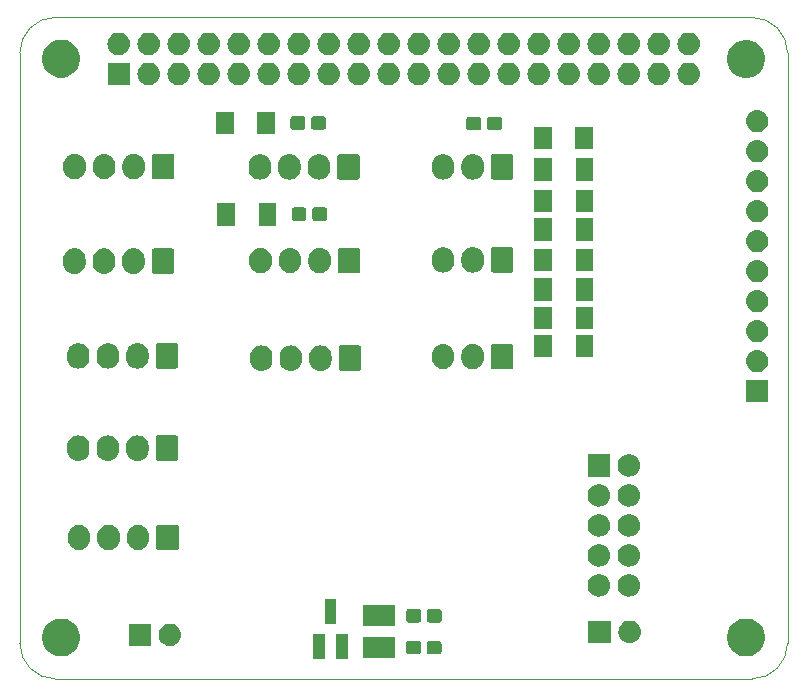
<source format=gbr>
%TF.GenerationSoftware,KiCad,Pcbnew,(5.0.1)-3*%
%TF.CreationDate,2019-02-10T12:01:05-05:00*%
%TF.ProjectId,reef-piHat,726565662D70694861742E6B69636164,rev?*%
%TF.SameCoordinates,Original*%
%TF.FileFunction,Soldermask,Bot*%
%TF.FilePolarity,Negative*%
%FSLAX46Y46*%
G04 Gerber Fmt 4.6, Leading zero omitted, Abs format (unit mm)*
G04 Created by KiCad (PCBNEW (5.0.1)-3) date 2/10/2019 12:01:05 PM*
%MOMM*%
%LPD*%
G01*
G04 APERTURE LIST*
%ADD10C,0.100000*%
G04 APERTURE END LIST*
D10*
X78546356Y-63817611D02*
X78546356Y-113817611D01*
X78546356Y-63817611D02*
G75*
G02X81546356Y-60817611I3000000J0D01*
G01*
X140546356Y-60817611D02*
X81546356Y-60817611D01*
X140546356Y-60817611D02*
G75*
G02X143546356Y-63817611I0J-3000000D01*
G01*
X143546356Y-113817611D02*
X143546356Y-63817611D01*
X81546356Y-116817611D02*
G75*
G02X78546356Y-113817611I0J3000000D01*
G01*
X81546356Y-116817611D02*
X140546356Y-116817611D01*
X143546351Y-113822847D02*
G75*
G02X140546356Y-116817611I-2999995J5236D01*
G01*
G36*
X106301200Y-115148200D02*
X105301200Y-115148200D01*
X105301200Y-113048200D01*
X106301200Y-113048200D01*
X106301200Y-115148200D01*
X106301200Y-115148200D01*
G37*
G36*
X104401200Y-115148200D02*
X103401200Y-115148200D01*
X103401200Y-113048200D01*
X104401200Y-113048200D01*
X104401200Y-115148200D01*
X104401200Y-115148200D01*
G37*
G36*
X110325800Y-115060600D02*
X107575800Y-115060600D01*
X107575800Y-113300600D01*
X110325800Y-113300600D01*
X110325800Y-115060600D01*
X110325800Y-115060600D01*
G37*
G36*
X82506703Y-111781486D02*
X82797883Y-111902097D01*
X83059944Y-112077201D01*
X83282799Y-112300056D01*
X83457903Y-112562117D01*
X83578514Y-112853297D01*
X83640000Y-113162412D01*
X83640000Y-113477588D01*
X83578514Y-113786703D01*
X83457903Y-114077883D01*
X83282799Y-114339944D01*
X83059944Y-114562799D01*
X82797883Y-114737903D01*
X82506703Y-114858514D01*
X82197588Y-114920000D01*
X81882412Y-114920000D01*
X81573297Y-114858514D01*
X81282117Y-114737903D01*
X81020056Y-114562799D01*
X80797201Y-114339944D01*
X80622097Y-114077883D01*
X80501486Y-113786703D01*
X80440000Y-113477588D01*
X80440000Y-113162412D01*
X80501486Y-112853297D01*
X80622097Y-112562117D01*
X80797201Y-112300056D01*
X81020056Y-112077201D01*
X81282117Y-111902097D01*
X81573297Y-111781486D01*
X81882412Y-111720000D01*
X82197588Y-111720000D01*
X82506703Y-111781486D01*
X82506703Y-111781486D01*
G37*
G36*
X140496703Y-111771486D02*
X140787883Y-111892097D01*
X141049944Y-112067201D01*
X141272799Y-112290056D01*
X141447903Y-112552117D01*
X141568514Y-112843297D01*
X141630000Y-113152412D01*
X141630000Y-113467588D01*
X141568514Y-113776703D01*
X141447903Y-114067883D01*
X141272799Y-114329944D01*
X141049944Y-114552799D01*
X140787883Y-114727903D01*
X140496703Y-114848514D01*
X140187588Y-114910000D01*
X139872412Y-114910000D01*
X139563297Y-114848514D01*
X139272117Y-114727903D01*
X139010056Y-114552799D01*
X138787201Y-114329944D01*
X138612097Y-114067883D01*
X138491486Y-113776703D01*
X138430000Y-113467588D01*
X138430000Y-113152412D01*
X138491486Y-112843297D01*
X138612097Y-112552117D01*
X138787201Y-112290056D01*
X139010056Y-112067201D01*
X139272117Y-111892097D01*
X139563297Y-111771486D01*
X139872412Y-111710000D01*
X140187588Y-111710000D01*
X140496703Y-111771486D01*
X140496703Y-111771486D01*
G37*
G36*
X114069379Y-113602916D02*
X114111470Y-113615685D01*
X114150266Y-113636422D01*
X114184271Y-113664329D01*
X114212178Y-113698334D01*
X114232915Y-113737130D01*
X114245684Y-113779221D01*
X114250600Y-113829140D01*
X114250600Y-114516860D01*
X114245684Y-114566779D01*
X114232915Y-114608870D01*
X114212178Y-114647666D01*
X114184271Y-114681671D01*
X114150266Y-114709578D01*
X114111470Y-114730315D01*
X114069379Y-114743084D01*
X114019460Y-114748000D01*
X113231740Y-114748000D01*
X113181821Y-114743084D01*
X113139730Y-114730315D01*
X113100934Y-114709578D01*
X113066929Y-114681671D01*
X113039022Y-114647666D01*
X113018285Y-114608870D01*
X113005516Y-114566779D01*
X113000600Y-114516860D01*
X113000600Y-113829140D01*
X113005516Y-113779221D01*
X113018285Y-113737130D01*
X113039022Y-113698334D01*
X113066929Y-113664329D01*
X113100934Y-113636422D01*
X113139730Y-113615685D01*
X113181821Y-113602916D01*
X113231740Y-113598000D01*
X114019460Y-113598000D01*
X114069379Y-113602916D01*
X114069379Y-113602916D01*
G37*
G36*
X112319379Y-113602916D02*
X112361470Y-113615685D01*
X112400266Y-113636422D01*
X112434271Y-113664329D01*
X112462178Y-113698334D01*
X112482915Y-113737130D01*
X112495684Y-113779221D01*
X112500600Y-113829140D01*
X112500600Y-114516860D01*
X112495684Y-114566779D01*
X112482915Y-114608870D01*
X112462178Y-114647666D01*
X112434271Y-114681671D01*
X112400266Y-114709578D01*
X112361470Y-114730315D01*
X112319379Y-114743084D01*
X112269460Y-114748000D01*
X111481740Y-114748000D01*
X111431821Y-114743084D01*
X111389730Y-114730315D01*
X111350934Y-114709578D01*
X111316929Y-114681671D01*
X111289022Y-114647666D01*
X111268285Y-114608870D01*
X111255516Y-114566779D01*
X111250600Y-114516860D01*
X111250600Y-113829140D01*
X111255516Y-113779221D01*
X111268285Y-113737130D01*
X111289022Y-113698334D01*
X111316929Y-113664329D01*
X111350934Y-113636422D01*
X111389730Y-113615685D01*
X111431821Y-113602916D01*
X111481740Y-113598000D01*
X112269460Y-113598000D01*
X112319379Y-113602916D01*
X112319379Y-113602916D01*
G37*
G36*
X91365948Y-112150373D02*
X91435732Y-112157246D01*
X91525270Y-112184407D01*
X91614809Y-112211568D01*
X91779847Y-112299783D01*
X91924501Y-112418499D01*
X92043217Y-112563153D01*
X92131432Y-112728191D01*
X92131432Y-112728192D01*
X92185754Y-112907268D01*
X92199634Y-113048200D01*
X92204096Y-113093500D01*
X92185754Y-113279731D01*
X92131432Y-113458809D01*
X92043217Y-113623847D01*
X91924501Y-113768501D01*
X91779847Y-113887217D01*
X91614809Y-113975432D01*
X91525270Y-114002593D01*
X91435732Y-114029754D01*
X91365948Y-114036627D01*
X91296166Y-114043500D01*
X91202834Y-114043500D01*
X91133052Y-114036627D01*
X91063268Y-114029754D01*
X90973730Y-114002593D01*
X90884191Y-113975432D01*
X90719153Y-113887217D01*
X90574499Y-113768501D01*
X90455783Y-113623847D01*
X90367568Y-113458809D01*
X90313246Y-113279731D01*
X90294904Y-113093500D01*
X90299366Y-113048200D01*
X90313246Y-112907268D01*
X90367568Y-112728192D01*
X90367568Y-112728191D01*
X90455783Y-112563153D01*
X90574499Y-112418499D01*
X90719153Y-112299783D01*
X90884191Y-112211568D01*
X90973730Y-112184407D01*
X91063268Y-112157246D01*
X91133052Y-112150373D01*
X91202834Y-112143500D01*
X91296166Y-112143500D01*
X91365948Y-112150373D01*
X91365948Y-112150373D01*
G37*
G36*
X89659500Y-114043500D02*
X87759500Y-114043500D01*
X87759500Y-112143500D01*
X89659500Y-112143500D01*
X89659500Y-114043500D01*
X89659500Y-114043500D01*
G37*
G36*
X128585000Y-113789500D02*
X126685000Y-113789500D01*
X126685000Y-111889500D01*
X128585000Y-111889500D01*
X128585000Y-113789500D01*
X128585000Y-113789500D01*
G37*
G36*
X130361232Y-111903246D02*
X130450770Y-111930407D01*
X130540309Y-111957568D01*
X130705347Y-112045783D01*
X130850001Y-112164499D01*
X130968717Y-112309153D01*
X131056932Y-112474191D01*
X131056932Y-112474192D01*
X131111254Y-112653268D01*
X131129596Y-112839500D01*
X131122922Y-112907268D01*
X131111254Y-113025731D01*
X131056932Y-113204809D01*
X130968717Y-113369847D01*
X130850001Y-113514501D01*
X130705347Y-113633217D01*
X130540309Y-113721432D01*
X130488559Y-113737130D01*
X130361232Y-113775754D01*
X130221666Y-113789500D01*
X130128334Y-113789500D01*
X129988768Y-113775754D01*
X129861441Y-113737130D01*
X129809691Y-113721432D01*
X129644653Y-113633217D01*
X129499999Y-113514501D01*
X129381283Y-113369847D01*
X129293068Y-113204809D01*
X129238746Y-113025731D01*
X129227079Y-112907268D01*
X129220404Y-112839500D01*
X129238746Y-112653268D01*
X129293068Y-112474192D01*
X129293068Y-112474191D01*
X129381283Y-112309153D01*
X129499999Y-112164499D01*
X129644653Y-112045783D01*
X129809691Y-111957568D01*
X129899230Y-111930407D01*
X129988768Y-111903246D01*
X130128334Y-111889500D01*
X130221666Y-111889500D01*
X130361232Y-111903246D01*
X130361232Y-111903246D01*
G37*
G36*
X110325800Y-112360600D02*
X107575800Y-112360600D01*
X107575800Y-110600600D01*
X110325800Y-110600600D01*
X110325800Y-112360600D01*
X110325800Y-112360600D01*
G37*
G36*
X105351200Y-112148200D02*
X104351200Y-112148200D01*
X104351200Y-110048200D01*
X105351200Y-110048200D01*
X105351200Y-112148200D01*
X105351200Y-112148200D01*
G37*
G36*
X112330779Y-110910516D02*
X112372870Y-110923285D01*
X112411666Y-110944022D01*
X112445671Y-110971929D01*
X112473578Y-111005934D01*
X112494315Y-111044730D01*
X112507084Y-111086821D01*
X112512000Y-111136740D01*
X112512000Y-111824460D01*
X112507084Y-111874379D01*
X112494315Y-111916470D01*
X112473578Y-111955266D01*
X112445671Y-111989271D01*
X112411666Y-112017178D01*
X112372870Y-112037915D01*
X112330779Y-112050684D01*
X112280860Y-112055600D01*
X111493140Y-112055600D01*
X111443221Y-112050684D01*
X111401130Y-112037915D01*
X111362334Y-112017178D01*
X111328329Y-111989271D01*
X111300422Y-111955266D01*
X111279685Y-111916470D01*
X111266916Y-111874379D01*
X111262000Y-111824460D01*
X111262000Y-111136740D01*
X111266916Y-111086821D01*
X111279685Y-111044730D01*
X111300422Y-111005934D01*
X111328329Y-110971929D01*
X111362334Y-110944022D01*
X111401130Y-110923285D01*
X111443221Y-110910516D01*
X111493140Y-110905600D01*
X112280860Y-110905600D01*
X112330779Y-110910516D01*
X112330779Y-110910516D01*
G37*
G36*
X114080779Y-110910516D02*
X114122870Y-110923285D01*
X114161666Y-110944022D01*
X114195671Y-110971929D01*
X114223578Y-111005934D01*
X114244315Y-111044730D01*
X114257084Y-111086821D01*
X114262000Y-111136740D01*
X114262000Y-111824460D01*
X114257084Y-111874379D01*
X114244315Y-111916470D01*
X114223578Y-111955266D01*
X114195671Y-111989271D01*
X114161666Y-112017178D01*
X114122870Y-112037915D01*
X114080779Y-112050684D01*
X114030860Y-112055600D01*
X113243140Y-112055600D01*
X113193221Y-112050684D01*
X113151130Y-112037915D01*
X113112334Y-112017178D01*
X113078329Y-111989271D01*
X113050422Y-111955266D01*
X113029685Y-111916470D01*
X113016916Y-111874379D01*
X113012000Y-111824460D01*
X113012000Y-111136740D01*
X113016916Y-111086821D01*
X113029685Y-111044730D01*
X113050422Y-111005934D01*
X113078329Y-110971929D01*
X113112334Y-110944022D01*
X113151130Y-110923285D01*
X113193221Y-110910516D01*
X113243140Y-110905600D01*
X114030860Y-110905600D01*
X114080779Y-110910516D01*
X114080779Y-110910516D01*
G37*
G36*
X127757732Y-107966246D02*
X127847270Y-107993407D01*
X127936809Y-108020568D01*
X128101847Y-108108783D01*
X128246501Y-108227499D01*
X128365217Y-108372153D01*
X128453432Y-108537191D01*
X128507754Y-108716269D01*
X128526096Y-108902500D01*
X128507754Y-109088731D01*
X128453432Y-109267809D01*
X128365217Y-109432847D01*
X128246501Y-109577501D01*
X128101847Y-109696217D01*
X127936809Y-109784432D01*
X127847270Y-109811593D01*
X127757732Y-109838754D01*
X127618166Y-109852500D01*
X127524834Y-109852500D01*
X127385268Y-109838754D01*
X127295730Y-109811593D01*
X127206191Y-109784432D01*
X127041153Y-109696217D01*
X126896499Y-109577501D01*
X126777783Y-109432847D01*
X126689568Y-109267809D01*
X126635246Y-109088731D01*
X126616904Y-108902500D01*
X126635246Y-108716269D01*
X126689568Y-108537191D01*
X126777783Y-108372153D01*
X126896499Y-108227499D01*
X127041153Y-108108783D01*
X127206191Y-108020568D01*
X127295730Y-107993407D01*
X127385268Y-107966246D01*
X127524834Y-107952500D01*
X127618166Y-107952500D01*
X127757732Y-107966246D01*
X127757732Y-107966246D01*
G37*
G36*
X130297732Y-107966246D02*
X130387270Y-107993407D01*
X130476809Y-108020568D01*
X130641847Y-108108783D01*
X130786501Y-108227499D01*
X130905217Y-108372153D01*
X130993432Y-108537191D01*
X131047754Y-108716269D01*
X131066096Y-108902500D01*
X131047754Y-109088731D01*
X130993432Y-109267809D01*
X130905217Y-109432847D01*
X130786501Y-109577501D01*
X130641847Y-109696217D01*
X130476809Y-109784432D01*
X130387270Y-109811593D01*
X130297732Y-109838754D01*
X130158166Y-109852500D01*
X130064834Y-109852500D01*
X129925268Y-109838754D01*
X129835730Y-109811593D01*
X129746191Y-109784432D01*
X129581153Y-109696217D01*
X129436499Y-109577501D01*
X129317783Y-109432847D01*
X129229568Y-109267809D01*
X129175246Y-109088731D01*
X129156904Y-108902500D01*
X129175246Y-108716269D01*
X129229568Y-108537191D01*
X129317783Y-108372153D01*
X129436499Y-108227499D01*
X129581153Y-108108783D01*
X129746191Y-108020568D01*
X129835730Y-107993407D01*
X129925268Y-107966246D01*
X130064834Y-107952500D01*
X130158166Y-107952500D01*
X130297732Y-107966246D01*
X130297732Y-107966246D01*
G37*
G36*
X127757732Y-105426246D02*
X127847270Y-105453407D01*
X127936809Y-105480568D01*
X128101847Y-105568783D01*
X128246501Y-105687499D01*
X128365217Y-105832153D01*
X128453432Y-105997191D01*
X128507754Y-106176269D01*
X128526096Y-106362500D01*
X128507754Y-106548731D01*
X128453432Y-106727809D01*
X128365217Y-106892847D01*
X128246501Y-107037501D01*
X128101847Y-107156217D01*
X127936809Y-107244432D01*
X127847270Y-107271593D01*
X127757732Y-107298754D01*
X127687948Y-107305627D01*
X127618166Y-107312500D01*
X127524834Y-107312500D01*
X127455052Y-107305627D01*
X127385268Y-107298754D01*
X127295730Y-107271593D01*
X127206191Y-107244432D01*
X127041153Y-107156217D01*
X126896499Y-107037501D01*
X126777783Y-106892847D01*
X126689568Y-106727809D01*
X126635246Y-106548731D01*
X126616904Y-106362500D01*
X126635246Y-106176269D01*
X126689568Y-105997191D01*
X126777783Y-105832153D01*
X126896499Y-105687499D01*
X127041153Y-105568783D01*
X127206191Y-105480568D01*
X127295730Y-105453407D01*
X127385268Y-105426246D01*
X127524834Y-105412500D01*
X127618166Y-105412500D01*
X127757732Y-105426246D01*
X127757732Y-105426246D01*
G37*
G36*
X130297732Y-105426246D02*
X130387270Y-105453407D01*
X130476809Y-105480568D01*
X130641847Y-105568783D01*
X130786501Y-105687499D01*
X130905217Y-105832153D01*
X130993432Y-105997191D01*
X131047754Y-106176269D01*
X131066096Y-106362500D01*
X131047754Y-106548731D01*
X130993432Y-106727809D01*
X130905217Y-106892847D01*
X130786501Y-107037501D01*
X130641847Y-107156217D01*
X130476809Y-107244432D01*
X130387270Y-107271593D01*
X130297732Y-107298754D01*
X130227948Y-107305627D01*
X130158166Y-107312500D01*
X130064834Y-107312500D01*
X129995052Y-107305627D01*
X129925268Y-107298754D01*
X129835730Y-107271593D01*
X129746191Y-107244432D01*
X129581153Y-107156217D01*
X129436499Y-107037501D01*
X129317783Y-106892847D01*
X129229568Y-106727809D01*
X129175246Y-106548731D01*
X129156904Y-106362500D01*
X129175246Y-106176269D01*
X129229568Y-105997191D01*
X129317783Y-105832153D01*
X129436499Y-105687499D01*
X129581153Y-105568783D01*
X129746191Y-105480568D01*
X129835730Y-105453407D01*
X129925268Y-105426246D01*
X130064834Y-105412500D01*
X130158166Y-105412500D01*
X130297732Y-105426246D01*
X130297732Y-105426246D01*
G37*
G36*
X88745232Y-103777246D02*
X88807784Y-103796221D01*
X88924309Y-103831568D01*
X89089347Y-103919783D01*
X89234001Y-104038499D01*
X89352717Y-104183153D01*
X89352718Y-104183155D01*
X89440932Y-104348192D01*
X89495254Y-104527268D01*
X89495254Y-104527270D01*
X89509000Y-104666835D01*
X89509000Y-105010166D01*
X89495254Y-105149731D01*
X89440932Y-105328809D01*
X89352717Y-105493847D01*
X89234001Y-105638501D01*
X89089347Y-105757217D01*
X88924308Y-105845432D01*
X88834769Y-105872593D01*
X88745231Y-105899754D01*
X88559000Y-105918096D01*
X88372768Y-105899754D01*
X88283230Y-105872593D01*
X88193691Y-105845432D01*
X88028653Y-105757217D01*
X87883999Y-105638501D01*
X87765283Y-105493847D01*
X87677068Y-105328808D01*
X87649907Y-105239269D01*
X87622746Y-105149731D01*
X87609000Y-105010164D01*
X87609000Y-104666835D01*
X87622746Y-104527268D01*
X87675656Y-104352847D01*
X87677068Y-104348191D01*
X87765282Y-104183155D01*
X87883999Y-104038499D01*
X88008911Y-103935986D01*
X88028654Y-103919783D01*
X88193692Y-103831568D01*
X88310217Y-103796221D01*
X88372769Y-103777246D01*
X88559000Y-103758904D01*
X88745232Y-103777246D01*
X88745232Y-103777246D01*
G37*
G36*
X86245232Y-103777246D02*
X86307784Y-103796221D01*
X86424309Y-103831568D01*
X86589347Y-103919783D01*
X86734001Y-104038499D01*
X86852717Y-104183153D01*
X86852718Y-104183155D01*
X86940932Y-104348192D01*
X86995254Y-104527268D01*
X86995254Y-104527270D01*
X87009000Y-104666835D01*
X87009000Y-105010166D01*
X86995254Y-105149731D01*
X86940932Y-105328809D01*
X86852717Y-105493847D01*
X86734001Y-105638501D01*
X86589347Y-105757217D01*
X86424308Y-105845432D01*
X86334769Y-105872593D01*
X86245231Y-105899754D01*
X86059000Y-105918096D01*
X85872768Y-105899754D01*
X85783230Y-105872593D01*
X85693691Y-105845432D01*
X85528653Y-105757217D01*
X85383999Y-105638501D01*
X85265283Y-105493847D01*
X85177068Y-105328808D01*
X85149907Y-105239269D01*
X85122746Y-105149731D01*
X85109000Y-105010164D01*
X85109000Y-104666835D01*
X85122746Y-104527268D01*
X85175656Y-104352847D01*
X85177068Y-104348191D01*
X85265282Y-104183155D01*
X85383999Y-104038499D01*
X85508911Y-103935986D01*
X85528654Y-103919783D01*
X85693692Y-103831568D01*
X85810217Y-103796221D01*
X85872769Y-103777246D01*
X86059000Y-103758904D01*
X86245232Y-103777246D01*
X86245232Y-103777246D01*
G37*
G36*
X83745232Y-103777246D02*
X83807784Y-103796221D01*
X83924309Y-103831568D01*
X84089347Y-103919783D01*
X84234001Y-104038499D01*
X84352717Y-104183153D01*
X84352718Y-104183155D01*
X84440932Y-104348192D01*
X84495254Y-104527268D01*
X84495254Y-104527270D01*
X84509000Y-104666835D01*
X84509000Y-105010166D01*
X84495254Y-105149731D01*
X84440932Y-105328809D01*
X84352717Y-105493847D01*
X84234001Y-105638501D01*
X84089347Y-105757217D01*
X83924308Y-105845432D01*
X83834769Y-105872593D01*
X83745231Y-105899754D01*
X83559000Y-105918096D01*
X83372768Y-105899754D01*
X83283230Y-105872593D01*
X83193691Y-105845432D01*
X83028653Y-105757217D01*
X82883999Y-105638501D01*
X82765283Y-105493847D01*
X82677068Y-105328808D01*
X82649907Y-105239269D01*
X82622746Y-105149731D01*
X82609000Y-105010164D01*
X82609000Y-104666835D01*
X82622746Y-104527268D01*
X82675656Y-104352847D01*
X82677068Y-104348191D01*
X82765282Y-104183155D01*
X82883999Y-104038499D01*
X83008911Y-103935986D01*
X83028654Y-103919783D01*
X83193692Y-103831568D01*
X83310217Y-103796221D01*
X83372769Y-103777246D01*
X83559000Y-103758904D01*
X83745232Y-103777246D01*
X83745232Y-103777246D01*
G37*
G36*
X91855001Y-103767766D02*
X91890753Y-103778611D01*
X91923698Y-103796221D01*
X91952578Y-103819922D01*
X91976279Y-103848802D01*
X91993889Y-103881747D01*
X92004734Y-103917499D01*
X92009000Y-103960816D01*
X92009000Y-105716184D01*
X92004734Y-105759501D01*
X91993889Y-105795253D01*
X91976279Y-105828198D01*
X91952578Y-105857078D01*
X91923698Y-105880779D01*
X91890753Y-105898389D01*
X91855001Y-105909234D01*
X91811684Y-105913500D01*
X90306316Y-105913500D01*
X90262999Y-105909234D01*
X90227247Y-105898389D01*
X90194302Y-105880779D01*
X90165422Y-105857078D01*
X90141721Y-105828198D01*
X90124111Y-105795253D01*
X90113266Y-105759501D01*
X90109000Y-105716184D01*
X90109000Y-103960816D01*
X90113266Y-103917499D01*
X90124111Y-103881747D01*
X90141721Y-103848802D01*
X90165422Y-103819922D01*
X90194302Y-103796221D01*
X90227247Y-103778611D01*
X90262999Y-103767766D01*
X90306316Y-103763500D01*
X91811684Y-103763500D01*
X91855001Y-103767766D01*
X91855001Y-103767766D01*
G37*
G36*
X130297732Y-102886246D02*
X130387270Y-102913407D01*
X130476809Y-102940568D01*
X130641847Y-103028783D01*
X130786501Y-103147499D01*
X130905217Y-103292153D01*
X130993432Y-103457191D01*
X130993432Y-103457192D01*
X131047754Y-103636268D01*
X131066096Y-103822500D01*
X131047754Y-104008732D01*
X131020593Y-104098270D01*
X130993432Y-104187809D01*
X130905217Y-104352847D01*
X130786501Y-104497501D01*
X130641847Y-104616217D01*
X130476809Y-104704432D01*
X130387270Y-104731593D01*
X130297732Y-104758754D01*
X130158166Y-104772500D01*
X130064834Y-104772500D01*
X129925268Y-104758754D01*
X129835730Y-104731593D01*
X129746191Y-104704432D01*
X129581153Y-104616217D01*
X129436499Y-104497501D01*
X129317783Y-104352847D01*
X129229568Y-104187809D01*
X129202407Y-104098270D01*
X129175246Y-104008732D01*
X129156904Y-103822500D01*
X129175246Y-103636268D01*
X129229568Y-103457192D01*
X129229568Y-103457191D01*
X129317783Y-103292153D01*
X129436499Y-103147499D01*
X129581153Y-103028783D01*
X129746191Y-102940568D01*
X129835730Y-102913407D01*
X129925268Y-102886246D01*
X130064834Y-102872500D01*
X130158166Y-102872500D01*
X130297732Y-102886246D01*
X130297732Y-102886246D01*
G37*
G36*
X127757732Y-102886246D02*
X127847270Y-102913407D01*
X127936809Y-102940568D01*
X128101847Y-103028783D01*
X128246501Y-103147499D01*
X128365217Y-103292153D01*
X128453432Y-103457191D01*
X128453432Y-103457192D01*
X128507754Y-103636268D01*
X128526096Y-103822500D01*
X128507754Y-104008732D01*
X128480593Y-104098270D01*
X128453432Y-104187809D01*
X128365217Y-104352847D01*
X128246501Y-104497501D01*
X128101847Y-104616217D01*
X127936809Y-104704432D01*
X127847270Y-104731593D01*
X127757732Y-104758754D01*
X127618166Y-104772500D01*
X127524834Y-104772500D01*
X127385268Y-104758754D01*
X127295730Y-104731593D01*
X127206191Y-104704432D01*
X127041153Y-104616217D01*
X126896499Y-104497501D01*
X126777783Y-104352847D01*
X126689568Y-104187809D01*
X126662407Y-104098270D01*
X126635246Y-104008732D01*
X126616904Y-103822500D01*
X126635246Y-103636268D01*
X126689568Y-103457192D01*
X126689568Y-103457191D01*
X126777783Y-103292153D01*
X126896499Y-103147499D01*
X127041153Y-103028783D01*
X127206191Y-102940568D01*
X127295730Y-102913407D01*
X127385268Y-102886246D01*
X127524834Y-102872500D01*
X127618166Y-102872500D01*
X127757732Y-102886246D01*
X127757732Y-102886246D01*
G37*
G36*
X130297732Y-100346246D02*
X130387270Y-100373407D01*
X130476809Y-100400568D01*
X130641847Y-100488783D01*
X130786501Y-100607499D01*
X130905217Y-100752153D01*
X130993432Y-100917191D01*
X131047754Y-101096269D01*
X131066096Y-101282500D01*
X131047754Y-101468731D01*
X130993432Y-101647809D01*
X130905217Y-101812847D01*
X130786501Y-101957501D01*
X130641847Y-102076217D01*
X130476809Y-102164432D01*
X130387270Y-102191593D01*
X130297732Y-102218754D01*
X130227948Y-102225627D01*
X130158166Y-102232500D01*
X130064834Y-102232500D01*
X129925268Y-102218754D01*
X129835730Y-102191593D01*
X129746191Y-102164432D01*
X129581153Y-102076217D01*
X129436499Y-101957501D01*
X129317783Y-101812847D01*
X129229568Y-101647809D01*
X129175246Y-101468731D01*
X129156904Y-101282500D01*
X129175246Y-101096269D01*
X129229568Y-100917191D01*
X129317783Y-100752153D01*
X129436499Y-100607499D01*
X129581153Y-100488783D01*
X129746191Y-100400568D01*
X129835730Y-100373407D01*
X129925268Y-100346246D01*
X129995052Y-100339373D01*
X130064834Y-100332500D01*
X130158166Y-100332500D01*
X130297732Y-100346246D01*
X130297732Y-100346246D01*
G37*
G36*
X127757732Y-100346246D02*
X127847270Y-100373407D01*
X127936809Y-100400568D01*
X128101847Y-100488783D01*
X128246501Y-100607499D01*
X128365217Y-100752153D01*
X128453432Y-100917191D01*
X128507754Y-101096269D01*
X128526096Y-101282500D01*
X128507754Y-101468731D01*
X128453432Y-101647809D01*
X128365217Y-101812847D01*
X128246501Y-101957501D01*
X128101847Y-102076217D01*
X127936809Y-102164432D01*
X127847270Y-102191593D01*
X127757732Y-102218754D01*
X127687948Y-102225627D01*
X127618166Y-102232500D01*
X127524834Y-102232500D01*
X127385268Y-102218754D01*
X127295730Y-102191593D01*
X127206191Y-102164432D01*
X127041153Y-102076217D01*
X126896499Y-101957501D01*
X126777783Y-101812847D01*
X126689568Y-101647809D01*
X126635246Y-101468731D01*
X126616904Y-101282500D01*
X126635246Y-101096269D01*
X126689568Y-100917191D01*
X126777783Y-100752153D01*
X126896499Y-100607499D01*
X127041153Y-100488783D01*
X127206191Y-100400568D01*
X127295730Y-100373407D01*
X127385268Y-100346246D01*
X127455052Y-100339373D01*
X127524834Y-100332500D01*
X127618166Y-100332500D01*
X127757732Y-100346246D01*
X127757732Y-100346246D01*
G37*
G36*
X128521500Y-99692500D02*
X126621500Y-99692500D01*
X126621500Y-97792500D01*
X128521500Y-97792500D01*
X128521500Y-99692500D01*
X128521500Y-99692500D01*
G37*
G36*
X130297732Y-97806246D02*
X130387270Y-97833407D01*
X130476809Y-97860568D01*
X130641847Y-97948783D01*
X130786501Y-98067499D01*
X130905217Y-98212153D01*
X130993432Y-98377191D01*
X131047754Y-98556269D01*
X131066096Y-98742500D01*
X131047754Y-98928731D01*
X130993432Y-99107809D01*
X130905217Y-99272847D01*
X130786501Y-99417501D01*
X130641847Y-99536217D01*
X130476809Y-99624432D01*
X130387270Y-99651593D01*
X130297732Y-99678754D01*
X130227948Y-99685627D01*
X130158166Y-99692500D01*
X130064834Y-99692500D01*
X129995052Y-99685627D01*
X129925268Y-99678754D01*
X129835730Y-99651593D01*
X129746191Y-99624432D01*
X129581153Y-99536217D01*
X129436499Y-99417501D01*
X129317783Y-99272847D01*
X129229568Y-99107809D01*
X129175246Y-98928731D01*
X129156904Y-98742500D01*
X129175246Y-98556269D01*
X129229568Y-98377191D01*
X129317783Y-98212153D01*
X129436499Y-98067499D01*
X129581153Y-97948783D01*
X129746191Y-97860568D01*
X129835730Y-97833407D01*
X129925268Y-97806246D01*
X130064834Y-97792500D01*
X130158166Y-97792500D01*
X130297732Y-97806246D01*
X130297732Y-97806246D01*
G37*
G36*
X86181732Y-96220746D02*
X86244284Y-96239721D01*
X86360809Y-96275068D01*
X86525847Y-96363283D01*
X86670501Y-96481999D01*
X86789217Y-96626653D01*
X86789218Y-96626655D01*
X86877432Y-96791692D01*
X86931754Y-96970768D01*
X86931754Y-96970770D01*
X86945500Y-97110335D01*
X86945500Y-97453666D01*
X86931754Y-97593231D01*
X86877432Y-97772309D01*
X86789217Y-97937347D01*
X86670501Y-98082001D01*
X86525847Y-98200717D01*
X86360808Y-98288932D01*
X86271269Y-98316093D01*
X86181731Y-98343254D01*
X85995500Y-98361596D01*
X85809268Y-98343254D01*
X85719730Y-98316093D01*
X85630191Y-98288932D01*
X85465153Y-98200717D01*
X85320499Y-98082001D01*
X85201783Y-97937347D01*
X85113568Y-97772308D01*
X85086407Y-97682769D01*
X85059246Y-97593231D01*
X85045500Y-97453664D01*
X85045500Y-97110335D01*
X85059246Y-96970768D01*
X85113568Y-96791692D01*
X85113568Y-96791691D01*
X85157675Y-96709174D01*
X85201782Y-96626655D01*
X85320499Y-96481999D01*
X85445411Y-96379486D01*
X85465154Y-96363283D01*
X85630192Y-96275068D01*
X85746717Y-96239721D01*
X85809269Y-96220746D01*
X85995500Y-96202404D01*
X86181732Y-96220746D01*
X86181732Y-96220746D01*
G37*
G36*
X83681732Y-96220746D02*
X83744284Y-96239721D01*
X83860809Y-96275068D01*
X84025847Y-96363283D01*
X84170501Y-96481999D01*
X84289217Y-96626653D01*
X84289218Y-96626655D01*
X84377432Y-96791692D01*
X84431754Y-96970768D01*
X84431754Y-96970770D01*
X84445500Y-97110335D01*
X84445500Y-97453666D01*
X84431754Y-97593231D01*
X84377432Y-97772309D01*
X84289217Y-97937347D01*
X84170501Y-98082001D01*
X84025847Y-98200717D01*
X83860808Y-98288932D01*
X83771269Y-98316093D01*
X83681731Y-98343254D01*
X83495500Y-98361596D01*
X83309268Y-98343254D01*
X83219730Y-98316093D01*
X83130191Y-98288932D01*
X82965153Y-98200717D01*
X82820499Y-98082001D01*
X82701783Y-97937347D01*
X82613568Y-97772308D01*
X82586407Y-97682769D01*
X82559246Y-97593231D01*
X82545500Y-97453664D01*
X82545500Y-97110335D01*
X82559246Y-96970768D01*
X82613568Y-96791692D01*
X82613568Y-96791691D01*
X82657675Y-96709174D01*
X82701782Y-96626655D01*
X82820499Y-96481999D01*
X82945411Y-96379486D01*
X82965154Y-96363283D01*
X83130192Y-96275068D01*
X83246717Y-96239721D01*
X83309269Y-96220746D01*
X83495500Y-96202404D01*
X83681732Y-96220746D01*
X83681732Y-96220746D01*
G37*
G36*
X88681732Y-96220746D02*
X88744284Y-96239721D01*
X88860809Y-96275068D01*
X89025847Y-96363283D01*
X89170501Y-96481999D01*
X89289217Y-96626653D01*
X89289218Y-96626655D01*
X89377432Y-96791692D01*
X89431754Y-96970768D01*
X89431754Y-96970770D01*
X89445500Y-97110335D01*
X89445500Y-97453666D01*
X89431754Y-97593231D01*
X89377432Y-97772309D01*
X89289217Y-97937347D01*
X89170501Y-98082001D01*
X89025847Y-98200717D01*
X88860808Y-98288932D01*
X88771269Y-98316093D01*
X88681731Y-98343254D01*
X88495500Y-98361596D01*
X88309268Y-98343254D01*
X88219730Y-98316093D01*
X88130191Y-98288932D01*
X87965153Y-98200717D01*
X87820499Y-98082001D01*
X87701783Y-97937347D01*
X87613568Y-97772308D01*
X87586407Y-97682769D01*
X87559246Y-97593231D01*
X87545500Y-97453664D01*
X87545500Y-97110335D01*
X87559246Y-96970768D01*
X87613568Y-96791692D01*
X87613568Y-96791691D01*
X87657675Y-96709174D01*
X87701782Y-96626655D01*
X87820499Y-96481999D01*
X87945411Y-96379486D01*
X87965154Y-96363283D01*
X88130192Y-96275068D01*
X88246717Y-96239721D01*
X88309269Y-96220746D01*
X88495500Y-96202404D01*
X88681732Y-96220746D01*
X88681732Y-96220746D01*
G37*
G36*
X91791501Y-96211266D02*
X91827253Y-96222111D01*
X91860198Y-96239721D01*
X91889078Y-96263422D01*
X91912779Y-96292302D01*
X91930389Y-96325247D01*
X91941234Y-96360999D01*
X91945500Y-96404316D01*
X91945500Y-98159684D01*
X91941234Y-98203001D01*
X91930389Y-98238753D01*
X91912779Y-98271698D01*
X91889078Y-98300578D01*
X91860198Y-98324279D01*
X91827253Y-98341889D01*
X91791501Y-98352734D01*
X91748184Y-98357000D01*
X90242816Y-98357000D01*
X90199499Y-98352734D01*
X90163747Y-98341889D01*
X90130802Y-98324279D01*
X90101922Y-98300578D01*
X90078221Y-98271698D01*
X90060611Y-98238753D01*
X90049766Y-98203001D01*
X90045500Y-98159684D01*
X90045500Y-96404316D01*
X90049766Y-96360999D01*
X90060611Y-96325247D01*
X90078221Y-96292302D01*
X90101922Y-96263422D01*
X90130802Y-96239721D01*
X90163747Y-96222111D01*
X90199499Y-96211266D01*
X90242816Y-96207000D01*
X91748184Y-96207000D01*
X91791501Y-96211266D01*
X91791501Y-96211266D01*
G37*
G36*
X141920000Y-93406000D02*
X140020000Y-93406000D01*
X140020000Y-91506000D01*
X141920000Y-91506000D01*
X141920000Y-93406000D01*
X141920000Y-93406000D01*
G37*
G36*
X141086448Y-88972873D02*
X141156232Y-88979746D01*
X141244933Y-89006653D01*
X141335309Y-89034068D01*
X141500347Y-89122283D01*
X141645001Y-89240999D01*
X141763717Y-89385653D01*
X141851932Y-89550691D01*
X141906254Y-89729769D01*
X141924596Y-89916000D01*
X141906254Y-90102231D01*
X141851932Y-90281309D01*
X141763717Y-90446347D01*
X141645001Y-90591001D01*
X141500347Y-90709717D01*
X141335309Y-90797932D01*
X141245770Y-90825093D01*
X141156232Y-90852254D01*
X141086448Y-90859127D01*
X141016666Y-90866000D01*
X140923334Y-90866000D01*
X140853552Y-90859127D01*
X140783768Y-90852254D01*
X140694230Y-90825093D01*
X140604691Y-90797932D01*
X140439653Y-90709717D01*
X140294999Y-90591001D01*
X140176283Y-90446347D01*
X140088068Y-90281309D01*
X140033746Y-90102231D01*
X140015404Y-89916000D01*
X140033746Y-89729769D01*
X140088068Y-89550691D01*
X140176283Y-89385653D01*
X140294999Y-89240999D01*
X140439653Y-89122283D01*
X140604691Y-89034068D01*
X140695067Y-89006653D01*
X140783768Y-88979746D01*
X140853552Y-88972873D01*
X140923334Y-88966000D01*
X141016666Y-88966000D01*
X141086448Y-88972873D01*
X141086448Y-88972873D01*
G37*
G36*
X99175732Y-88600746D02*
X99265270Y-88627907D01*
X99354809Y-88655068D01*
X99519847Y-88743283D01*
X99664501Y-88861999D01*
X99783217Y-89006653D01*
X99783218Y-89006655D01*
X99871432Y-89171692D01*
X99925754Y-89350769D01*
X99926992Y-89363335D01*
X99939500Y-89490335D01*
X99939500Y-89833666D01*
X99925754Y-89973231D01*
X99871432Y-90152309D01*
X99783217Y-90317347D01*
X99664501Y-90462001D01*
X99519847Y-90580717D01*
X99354808Y-90668932D01*
X99265269Y-90696093D01*
X99175731Y-90723254D01*
X98989500Y-90741596D01*
X98803268Y-90723254D01*
X98713730Y-90696093D01*
X98624191Y-90668932D01*
X98459153Y-90580717D01*
X98314499Y-90462001D01*
X98195783Y-90317347D01*
X98107568Y-90152308D01*
X98069043Y-90025307D01*
X98053246Y-89973231D01*
X98039500Y-89833664D01*
X98039500Y-89490335D01*
X98053246Y-89350768D01*
X98107568Y-89171692D01*
X98107568Y-89171691D01*
X98175451Y-89044692D01*
X98195782Y-89006655D01*
X98314499Y-88861999D01*
X98439411Y-88759486D01*
X98459154Y-88743283D01*
X98624192Y-88655068D01*
X98713731Y-88627907D01*
X98803269Y-88600746D01*
X98989500Y-88582404D01*
X99175732Y-88600746D01*
X99175732Y-88600746D01*
G37*
G36*
X104175732Y-88600746D02*
X104265270Y-88627907D01*
X104354809Y-88655068D01*
X104519847Y-88743283D01*
X104664501Y-88861999D01*
X104783217Y-89006653D01*
X104783218Y-89006655D01*
X104871432Y-89171692D01*
X104925754Y-89350769D01*
X104926992Y-89363335D01*
X104939500Y-89490335D01*
X104939500Y-89833666D01*
X104925754Y-89973231D01*
X104871432Y-90152309D01*
X104783217Y-90317347D01*
X104664501Y-90462001D01*
X104519847Y-90580717D01*
X104354808Y-90668932D01*
X104265269Y-90696093D01*
X104175731Y-90723254D01*
X103989500Y-90741596D01*
X103803268Y-90723254D01*
X103713730Y-90696093D01*
X103624191Y-90668932D01*
X103459153Y-90580717D01*
X103314499Y-90462001D01*
X103195783Y-90317347D01*
X103107568Y-90152308D01*
X103069043Y-90025307D01*
X103053246Y-89973231D01*
X103039500Y-89833664D01*
X103039500Y-89490335D01*
X103053246Y-89350768D01*
X103107568Y-89171692D01*
X103107568Y-89171691D01*
X103175451Y-89044692D01*
X103195782Y-89006655D01*
X103314499Y-88861999D01*
X103439411Y-88759486D01*
X103459154Y-88743283D01*
X103624192Y-88655068D01*
X103713731Y-88627907D01*
X103803269Y-88600746D01*
X103989500Y-88582404D01*
X104175732Y-88600746D01*
X104175732Y-88600746D01*
G37*
G36*
X101675732Y-88600746D02*
X101765270Y-88627907D01*
X101854809Y-88655068D01*
X102019847Y-88743283D01*
X102164501Y-88861999D01*
X102283217Y-89006653D01*
X102283218Y-89006655D01*
X102371432Y-89171692D01*
X102425754Y-89350769D01*
X102426992Y-89363335D01*
X102439500Y-89490335D01*
X102439500Y-89833666D01*
X102425754Y-89973231D01*
X102371432Y-90152309D01*
X102283217Y-90317347D01*
X102164501Y-90462001D01*
X102019847Y-90580717D01*
X101854808Y-90668932D01*
X101765269Y-90696093D01*
X101675731Y-90723254D01*
X101489500Y-90741596D01*
X101303268Y-90723254D01*
X101213730Y-90696093D01*
X101124191Y-90668932D01*
X100959153Y-90580717D01*
X100814499Y-90462001D01*
X100695783Y-90317347D01*
X100607568Y-90152308D01*
X100569043Y-90025307D01*
X100553246Y-89973231D01*
X100539500Y-89833664D01*
X100539500Y-89490335D01*
X100553246Y-89350768D01*
X100607568Y-89171692D01*
X100607568Y-89171691D01*
X100675451Y-89044692D01*
X100695782Y-89006655D01*
X100814499Y-88861999D01*
X100939411Y-88759486D01*
X100959154Y-88743283D01*
X101124192Y-88655068D01*
X101213731Y-88627907D01*
X101303269Y-88600746D01*
X101489500Y-88582404D01*
X101675732Y-88600746D01*
X101675732Y-88600746D01*
G37*
G36*
X107285501Y-88591266D02*
X107321253Y-88602111D01*
X107354198Y-88619721D01*
X107383078Y-88643422D01*
X107406779Y-88672302D01*
X107424389Y-88705247D01*
X107435234Y-88740999D01*
X107439500Y-88784316D01*
X107439500Y-90539684D01*
X107435234Y-90583001D01*
X107424389Y-90618753D01*
X107406779Y-90651698D01*
X107383078Y-90680578D01*
X107354198Y-90704279D01*
X107321253Y-90721889D01*
X107285501Y-90732734D01*
X107242184Y-90737000D01*
X105736816Y-90737000D01*
X105693499Y-90732734D01*
X105657747Y-90721889D01*
X105624802Y-90704279D01*
X105595922Y-90680578D01*
X105572221Y-90651698D01*
X105554611Y-90618753D01*
X105543766Y-90583001D01*
X105539500Y-90539684D01*
X105539500Y-88784316D01*
X105543766Y-88740999D01*
X105554611Y-88705247D01*
X105572221Y-88672302D01*
X105595922Y-88643422D01*
X105624802Y-88619721D01*
X105657747Y-88602111D01*
X105693499Y-88591266D01*
X105736816Y-88587000D01*
X107242184Y-88587000D01*
X107285501Y-88591266D01*
X107285501Y-88591266D01*
G37*
G36*
X114566232Y-88473746D02*
X114628784Y-88492721D01*
X114745309Y-88528068D01*
X114910347Y-88616283D01*
X115055001Y-88734999D01*
X115173717Y-88879653D01*
X115173718Y-88879655D01*
X115261932Y-89044692D01*
X115316254Y-89223768D01*
X115316254Y-89223770D01*
X115330000Y-89363335D01*
X115330000Y-89706666D01*
X115316254Y-89846231D01*
X115261932Y-90025309D01*
X115173717Y-90190347D01*
X115055001Y-90335001D01*
X114910347Y-90453717D01*
X114745308Y-90541932D01*
X114670864Y-90564514D01*
X114566231Y-90596254D01*
X114380000Y-90614596D01*
X114193768Y-90596254D01*
X114089135Y-90564514D01*
X114014691Y-90541932D01*
X113849653Y-90453717D01*
X113704999Y-90335001D01*
X113586283Y-90190347D01*
X113498068Y-90025308D01*
X113464910Y-89916000D01*
X113443746Y-89846231D01*
X113432276Y-89729769D01*
X113430000Y-89706665D01*
X113430000Y-89363334D01*
X113443746Y-89223769D01*
X113463009Y-89160268D01*
X113498068Y-89044692D01*
X113498068Y-89044691D01*
X113586282Y-88879655D01*
X113704999Y-88734999D01*
X113802395Y-88655068D01*
X113849654Y-88616283D01*
X114014692Y-88528068D01*
X114131217Y-88492721D01*
X114193769Y-88473746D01*
X114380000Y-88455404D01*
X114566232Y-88473746D01*
X114566232Y-88473746D01*
G37*
G36*
X117066232Y-88473746D02*
X117128784Y-88492721D01*
X117245309Y-88528068D01*
X117410347Y-88616283D01*
X117555001Y-88734999D01*
X117673717Y-88879653D01*
X117673718Y-88879655D01*
X117761932Y-89044692D01*
X117816254Y-89223768D01*
X117816254Y-89223770D01*
X117830000Y-89363335D01*
X117830000Y-89706666D01*
X117816254Y-89846231D01*
X117761932Y-90025309D01*
X117673717Y-90190347D01*
X117555001Y-90335001D01*
X117410347Y-90453717D01*
X117245308Y-90541932D01*
X117170864Y-90564514D01*
X117066231Y-90596254D01*
X116880000Y-90614596D01*
X116693768Y-90596254D01*
X116589135Y-90564514D01*
X116514691Y-90541932D01*
X116349653Y-90453717D01*
X116204999Y-90335001D01*
X116086283Y-90190347D01*
X115998068Y-90025308D01*
X115964910Y-89916000D01*
X115943746Y-89846231D01*
X115932276Y-89729769D01*
X115930000Y-89706665D01*
X115930000Y-89363334D01*
X115943746Y-89223769D01*
X115963009Y-89160268D01*
X115998068Y-89044692D01*
X115998068Y-89044691D01*
X116086282Y-88879655D01*
X116204999Y-88734999D01*
X116302395Y-88655068D01*
X116349654Y-88616283D01*
X116514692Y-88528068D01*
X116631217Y-88492721D01*
X116693769Y-88473746D01*
X116880000Y-88455404D01*
X117066232Y-88473746D01*
X117066232Y-88473746D01*
G37*
G36*
X120176001Y-88464266D02*
X120211753Y-88475111D01*
X120244698Y-88492721D01*
X120273578Y-88516422D01*
X120297279Y-88545302D01*
X120314889Y-88578247D01*
X120325734Y-88613999D01*
X120330000Y-88657316D01*
X120330000Y-90412684D01*
X120325734Y-90456001D01*
X120314889Y-90491753D01*
X120297279Y-90524698D01*
X120273578Y-90553578D01*
X120244698Y-90577279D01*
X120211753Y-90594889D01*
X120176001Y-90605734D01*
X120132684Y-90610000D01*
X118627316Y-90610000D01*
X118583999Y-90605734D01*
X118548247Y-90594889D01*
X118515302Y-90577279D01*
X118486422Y-90553578D01*
X118462721Y-90524698D01*
X118445111Y-90491753D01*
X118434266Y-90456001D01*
X118430000Y-90412684D01*
X118430000Y-88657316D01*
X118434266Y-88613999D01*
X118445111Y-88578247D01*
X118462721Y-88545302D01*
X118486422Y-88516422D01*
X118515302Y-88492721D01*
X118548247Y-88475111D01*
X118583999Y-88464266D01*
X118627316Y-88460000D01*
X120132684Y-88460000D01*
X120176001Y-88464266D01*
X120176001Y-88464266D01*
G37*
G36*
X88681732Y-88410246D02*
X88744284Y-88429221D01*
X88860809Y-88464568D01*
X89025847Y-88552783D01*
X89170501Y-88671499D01*
X89289217Y-88816153D01*
X89289218Y-88816155D01*
X89377432Y-88981192D01*
X89431754Y-89160269D01*
X89445500Y-89299836D01*
X89445500Y-89643165D01*
X89431754Y-89782732D01*
X89404593Y-89872270D01*
X89377432Y-89961809D01*
X89289217Y-90126847D01*
X89170501Y-90271501D01*
X89025847Y-90390217D01*
X88860808Y-90478432D01*
X88771269Y-90505593D01*
X88681731Y-90532754D01*
X88495500Y-90551096D01*
X88309268Y-90532754D01*
X88219730Y-90505593D01*
X88130191Y-90478432D01*
X87965153Y-90390217D01*
X87820499Y-90271501D01*
X87701783Y-90126847D01*
X87613568Y-89961808D01*
X87578509Y-89846232D01*
X87559246Y-89782731D01*
X87545500Y-89643164D01*
X87545500Y-89299835D01*
X87559246Y-89160268D01*
X87586407Y-89070730D01*
X87613568Y-88981191D01*
X87677279Y-88861997D01*
X87701782Y-88816155D01*
X87820499Y-88671499D01*
X87905048Y-88602111D01*
X87965154Y-88552783D01*
X88130192Y-88464568D01*
X88246717Y-88429221D01*
X88309269Y-88410246D01*
X88495500Y-88391904D01*
X88681732Y-88410246D01*
X88681732Y-88410246D01*
G37*
G36*
X83681732Y-88410246D02*
X83744284Y-88429221D01*
X83860809Y-88464568D01*
X84025847Y-88552783D01*
X84170501Y-88671499D01*
X84289217Y-88816153D01*
X84289218Y-88816155D01*
X84377432Y-88981192D01*
X84431754Y-89160269D01*
X84445500Y-89299836D01*
X84445500Y-89643165D01*
X84431754Y-89782732D01*
X84404593Y-89872270D01*
X84377432Y-89961809D01*
X84289217Y-90126847D01*
X84170501Y-90271501D01*
X84025847Y-90390217D01*
X83860808Y-90478432D01*
X83771269Y-90505593D01*
X83681731Y-90532754D01*
X83495500Y-90551096D01*
X83309268Y-90532754D01*
X83219730Y-90505593D01*
X83130191Y-90478432D01*
X82965153Y-90390217D01*
X82820499Y-90271501D01*
X82701783Y-90126847D01*
X82613568Y-89961808D01*
X82578509Y-89846232D01*
X82559246Y-89782731D01*
X82545500Y-89643164D01*
X82545500Y-89299835D01*
X82559246Y-89160268D01*
X82586407Y-89070730D01*
X82613568Y-88981191D01*
X82677279Y-88861997D01*
X82701782Y-88816155D01*
X82820499Y-88671499D01*
X82905048Y-88602111D01*
X82965154Y-88552783D01*
X83130192Y-88464568D01*
X83246717Y-88429221D01*
X83309269Y-88410246D01*
X83495500Y-88391904D01*
X83681732Y-88410246D01*
X83681732Y-88410246D01*
G37*
G36*
X86181732Y-88410246D02*
X86244284Y-88429221D01*
X86360809Y-88464568D01*
X86525847Y-88552783D01*
X86670501Y-88671499D01*
X86789217Y-88816153D01*
X86789218Y-88816155D01*
X86877432Y-88981192D01*
X86931754Y-89160269D01*
X86945500Y-89299836D01*
X86945500Y-89643165D01*
X86931754Y-89782732D01*
X86904593Y-89872270D01*
X86877432Y-89961809D01*
X86789217Y-90126847D01*
X86670501Y-90271501D01*
X86525847Y-90390217D01*
X86360808Y-90478432D01*
X86271269Y-90505593D01*
X86181731Y-90532754D01*
X85995500Y-90551096D01*
X85809268Y-90532754D01*
X85719730Y-90505593D01*
X85630191Y-90478432D01*
X85465153Y-90390217D01*
X85320499Y-90271501D01*
X85201783Y-90126847D01*
X85113568Y-89961808D01*
X85078509Y-89846232D01*
X85059246Y-89782731D01*
X85045500Y-89643164D01*
X85045500Y-89299835D01*
X85059246Y-89160268D01*
X85086407Y-89070730D01*
X85113568Y-88981191D01*
X85177279Y-88861997D01*
X85201782Y-88816155D01*
X85320499Y-88671499D01*
X85405048Y-88602111D01*
X85465154Y-88552783D01*
X85630192Y-88464568D01*
X85746717Y-88429221D01*
X85809269Y-88410246D01*
X85995500Y-88391904D01*
X86181732Y-88410246D01*
X86181732Y-88410246D01*
G37*
G36*
X91791501Y-88400766D02*
X91827253Y-88411611D01*
X91860198Y-88429221D01*
X91889078Y-88452922D01*
X91912779Y-88481802D01*
X91930389Y-88514747D01*
X91941234Y-88550499D01*
X91945500Y-88593816D01*
X91945500Y-90349184D01*
X91941234Y-90392501D01*
X91930389Y-90428253D01*
X91912779Y-90461198D01*
X91889078Y-90490078D01*
X91860198Y-90513779D01*
X91827253Y-90531389D01*
X91791501Y-90542234D01*
X91748184Y-90546500D01*
X90242816Y-90546500D01*
X90199499Y-90542234D01*
X90163747Y-90531389D01*
X90130802Y-90513779D01*
X90101922Y-90490078D01*
X90078221Y-90461198D01*
X90060611Y-90428253D01*
X90049766Y-90392501D01*
X90045500Y-90349184D01*
X90045500Y-88593816D01*
X90049766Y-88550499D01*
X90060611Y-88514747D01*
X90078221Y-88481802D01*
X90101922Y-88452922D01*
X90130802Y-88429221D01*
X90163747Y-88411611D01*
X90199499Y-88400766D01*
X90242816Y-88396500D01*
X91748184Y-88396500D01*
X91791501Y-88400766D01*
X91791501Y-88400766D01*
G37*
G36*
X127115000Y-89570600D02*
X125615000Y-89570600D01*
X125615000Y-87670600D01*
X127115000Y-87670600D01*
X127115000Y-89570600D01*
X127115000Y-89570600D01*
G37*
G36*
X123615000Y-89570600D02*
X122115000Y-89570600D01*
X122115000Y-87670600D01*
X123615000Y-87670600D01*
X123615000Y-89570600D01*
X123615000Y-89570600D01*
G37*
G36*
X141156232Y-86439746D02*
X141245770Y-86466907D01*
X141335309Y-86494068D01*
X141500347Y-86582283D01*
X141645001Y-86700999D01*
X141763717Y-86845653D01*
X141851932Y-87010691D01*
X141906254Y-87189769D01*
X141924596Y-87376000D01*
X141906254Y-87562231D01*
X141851932Y-87741309D01*
X141763717Y-87906347D01*
X141645001Y-88051001D01*
X141500347Y-88169717D01*
X141335309Y-88257932D01*
X141245770Y-88285093D01*
X141156232Y-88312254D01*
X141086448Y-88319127D01*
X141016666Y-88326000D01*
X140923334Y-88326000D01*
X140853552Y-88319127D01*
X140783768Y-88312254D01*
X140694230Y-88285093D01*
X140604691Y-88257932D01*
X140439653Y-88169717D01*
X140294999Y-88051001D01*
X140176283Y-87906347D01*
X140088068Y-87741309D01*
X140033746Y-87562231D01*
X140015404Y-87376000D01*
X140033746Y-87189769D01*
X140088068Y-87010691D01*
X140176283Y-86845653D01*
X140294999Y-86700999D01*
X140439653Y-86582283D01*
X140604691Y-86494068D01*
X140694230Y-86466907D01*
X140783768Y-86439746D01*
X140923334Y-86426000D01*
X141016666Y-86426000D01*
X141156232Y-86439746D01*
X141156232Y-86439746D01*
G37*
G36*
X123609800Y-87208400D02*
X122109800Y-87208400D01*
X122109800Y-85308400D01*
X123609800Y-85308400D01*
X123609800Y-87208400D01*
X123609800Y-87208400D01*
G37*
G36*
X127109800Y-87208400D02*
X125609800Y-87208400D01*
X125609800Y-85308400D01*
X127109800Y-85308400D01*
X127109800Y-87208400D01*
X127109800Y-87208400D01*
G37*
G36*
X141086448Y-83892873D02*
X141156232Y-83899746D01*
X141245770Y-83926907D01*
X141335309Y-83954068D01*
X141500347Y-84042283D01*
X141645001Y-84160999D01*
X141763717Y-84305653D01*
X141851932Y-84470691D01*
X141906254Y-84649769D01*
X141924596Y-84836000D01*
X141906254Y-85022231D01*
X141851932Y-85201309D01*
X141763717Y-85366347D01*
X141645001Y-85511001D01*
X141500347Y-85629717D01*
X141335309Y-85717932D01*
X141245770Y-85745093D01*
X141156232Y-85772254D01*
X141016666Y-85786000D01*
X140923334Y-85786000D01*
X140783768Y-85772254D01*
X140694230Y-85745093D01*
X140604691Y-85717932D01*
X140439653Y-85629717D01*
X140294999Y-85511001D01*
X140176283Y-85366347D01*
X140088068Y-85201309D01*
X140033746Y-85022231D01*
X140015404Y-84836000D01*
X140033746Y-84649769D01*
X140088068Y-84470691D01*
X140176283Y-84305653D01*
X140294999Y-84160999D01*
X140439653Y-84042283D01*
X140604691Y-83954068D01*
X140694230Y-83926907D01*
X140783768Y-83899746D01*
X140853552Y-83892873D01*
X140923334Y-83886000D01*
X141016666Y-83886000D01*
X141086448Y-83892873D01*
X141086448Y-83892873D01*
G37*
G36*
X127109800Y-84795400D02*
X125609800Y-84795400D01*
X125609800Y-82895400D01*
X127109800Y-82895400D01*
X127109800Y-84795400D01*
X127109800Y-84795400D01*
G37*
G36*
X123609800Y-84795400D02*
X122109800Y-84795400D01*
X122109800Y-82895400D01*
X123609800Y-82895400D01*
X123609800Y-84795400D01*
X123609800Y-84795400D01*
G37*
G36*
X141086448Y-81352873D02*
X141156232Y-81359746D01*
X141245770Y-81386907D01*
X141335309Y-81414068D01*
X141500347Y-81502283D01*
X141645001Y-81620999D01*
X141763717Y-81765653D01*
X141851932Y-81930691D01*
X141852586Y-81932847D01*
X141906254Y-82109768D01*
X141924596Y-82296000D01*
X141907415Y-82470449D01*
X141906254Y-82482231D01*
X141851932Y-82661309D01*
X141763717Y-82826347D01*
X141645001Y-82971001D01*
X141500347Y-83089717D01*
X141335309Y-83177932D01*
X141245770Y-83205093D01*
X141156232Y-83232254D01*
X141016666Y-83246000D01*
X140923334Y-83246000D01*
X140783768Y-83232254D01*
X140694230Y-83205093D01*
X140604691Y-83177932D01*
X140439653Y-83089717D01*
X140294999Y-82971001D01*
X140176283Y-82826347D01*
X140088068Y-82661309D01*
X140033746Y-82482231D01*
X140032586Y-82470449D01*
X140015404Y-82296000D01*
X140033746Y-82109768D01*
X140087414Y-81932847D01*
X140088068Y-81930691D01*
X140176283Y-81765653D01*
X140294999Y-81620999D01*
X140439653Y-81502283D01*
X140604691Y-81414068D01*
X140694230Y-81386907D01*
X140783768Y-81359746D01*
X140853552Y-81352873D01*
X140923334Y-81346000D01*
X141016666Y-81346000D01*
X141086448Y-81352873D01*
X141086448Y-81352873D01*
G37*
G36*
X83350415Y-80381284D02*
X83412967Y-80400259D01*
X83529492Y-80435606D01*
X83694530Y-80523821D01*
X83839184Y-80642537D01*
X83957900Y-80787191D01*
X83957901Y-80787193D01*
X84046115Y-80952230D01*
X84100437Y-81131307D01*
X84104429Y-81171835D01*
X84114183Y-81270873D01*
X84114183Y-81614204D01*
X84110191Y-81654731D01*
X84100437Y-81753770D01*
X84076158Y-81833807D01*
X84046115Y-81932847D01*
X83957900Y-82097885D01*
X83839184Y-82242539D01*
X83694530Y-82361255D01*
X83529491Y-82449470D01*
X83439952Y-82476631D01*
X83350414Y-82503792D01*
X83164183Y-82522134D01*
X82977951Y-82503792D01*
X82888413Y-82476631D01*
X82798874Y-82449470D01*
X82633836Y-82361255D01*
X82489182Y-82242539D01*
X82370466Y-82097885D01*
X82282251Y-81932846D01*
X82231534Y-81765653D01*
X82227929Y-81753769D01*
X82214183Y-81614202D01*
X82214183Y-81270873D01*
X82227929Y-81131306D01*
X82282251Y-80952230D01*
X82282251Y-80952229D01*
X82335188Y-80853191D01*
X82370465Y-80787193D01*
X82489182Y-80642537D01*
X82583839Y-80564854D01*
X82633837Y-80523821D01*
X82798875Y-80435606D01*
X82915400Y-80400259D01*
X82977952Y-80381284D01*
X83164183Y-80362942D01*
X83350415Y-80381284D01*
X83350415Y-80381284D01*
G37*
G36*
X88350415Y-80381284D02*
X88412967Y-80400259D01*
X88529492Y-80435606D01*
X88694530Y-80523821D01*
X88839184Y-80642537D01*
X88957900Y-80787191D01*
X88957901Y-80787193D01*
X89046115Y-80952230D01*
X89100437Y-81131307D01*
X89104429Y-81171835D01*
X89114183Y-81270873D01*
X89114183Y-81614204D01*
X89110191Y-81654731D01*
X89100437Y-81753770D01*
X89076158Y-81833807D01*
X89046115Y-81932847D01*
X88957900Y-82097885D01*
X88839184Y-82242539D01*
X88694530Y-82361255D01*
X88529491Y-82449470D01*
X88439952Y-82476631D01*
X88350414Y-82503792D01*
X88164183Y-82522134D01*
X87977951Y-82503792D01*
X87888413Y-82476631D01*
X87798874Y-82449470D01*
X87633836Y-82361255D01*
X87489182Y-82242539D01*
X87370466Y-82097885D01*
X87282251Y-81932846D01*
X87231534Y-81765653D01*
X87227929Y-81753769D01*
X87214183Y-81614202D01*
X87214183Y-81270873D01*
X87227929Y-81131306D01*
X87282251Y-80952230D01*
X87282251Y-80952229D01*
X87335188Y-80853191D01*
X87370465Y-80787193D01*
X87489182Y-80642537D01*
X87583839Y-80564854D01*
X87633837Y-80523821D01*
X87798875Y-80435606D01*
X87915400Y-80400259D01*
X87977952Y-80381284D01*
X88164183Y-80362942D01*
X88350415Y-80381284D01*
X88350415Y-80381284D01*
G37*
G36*
X85850415Y-80381284D02*
X85912967Y-80400259D01*
X86029492Y-80435606D01*
X86194530Y-80523821D01*
X86339184Y-80642537D01*
X86457900Y-80787191D01*
X86457901Y-80787193D01*
X86546115Y-80952230D01*
X86600437Y-81131307D01*
X86604429Y-81171835D01*
X86614183Y-81270873D01*
X86614183Y-81614204D01*
X86610191Y-81654731D01*
X86600437Y-81753770D01*
X86576158Y-81833807D01*
X86546115Y-81932847D01*
X86457900Y-82097885D01*
X86339184Y-82242539D01*
X86194530Y-82361255D01*
X86029491Y-82449470D01*
X85939952Y-82476631D01*
X85850414Y-82503792D01*
X85664183Y-82522134D01*
X85477951Y-82503792D01*
X85388413Y-82476631D01*
X85298874Y-82449470D01*
X85133836Y-82361255D01*
X84989182Y-82242539D01*
X84870466Y-82097885D01*
X84782251Y-81932846D01*
X84731534Y-81765653D01*
X84727929Y-81753769D01*
X84714183Y-81614202D01*
X84714183Y-81270873D01*
X84727929Y-81131306D01*
X84782251Y-80952230D01*
X84782251Y-80952229D01*
X84835188Y-80853191D01*
X84870465Y-80787193D01*
X84989182Y-80642537D01*
X85083839Y-80564854D01*
X85133837Y-80523821D01*
X85298875Y-80435606D01*
X85415400Y-80400259D01*
X85477952Y-80381284D01*
X85664183Y-80362942D01*
X85850415Y-80381284D01*
X85850415Y-80381284D01*
G37*
G36*
X91460184Y-80371804D02*
X91495936Y-80382649D01*
X91528881Y-80400259D01*
X91557761Y-80423960D01*
X91581462Y-80452840D01*
X91599072Y-80485785D01*
X91609917Y-80521537D01*
X91614183Y-80564854D01*
X91614183Y-82320222D01*
X91609917Y-82363539D01*
X91599072Y-82399291D01*
X91581462Y-82432236D01*
X91557761Y-82461116D01*
X91528881Y-82484817D01*
X91495936Y-82502427D01*
X91460184Y-82513272D01*
X91416867Y-82517538D01*
X89911499Y-82517538D01*
X89868182Y-82513272D01*
X89832430Y-82502427D01*
X89799485Y-82484817D01*
X89770605Y-82461116D01*
X89746904Y-82432236D01*
X89729294Y-82399291D01*
X89718449Y-82363539D01*
X89714183Y-82320222D01*
X89714183Y-80564854D01*
X89718449Y-80521537D01*
X89729294Y-80485785D01*
X89746904Y-80452840D01*
X89770605Y-80423960D01*
X89799485Y-80400259D01*
X89832430Y-80382649D01*
X89868182Y-80371804D01*
X89911499Y-80367538D01*
X91416867Y-80367538D01*
X91460184Y-80371804D01*
X91460184Y-80371804D01*
G37*
G36*
X101612232Y-80345746D02*
X101674784Y-80364721D01*
X101791309Y-80400068D01*
X101956347Y-80488283D01*
X102101001Y-80606999D01*
X102219717Y-80751653D01*
X102219718Y-80751655D01*
X102307932Y-80916692D01*
X102362254Y-81095768D01*
X102362254Y-81095770D01*
X102376000Y-81235335D01*
X102376000Y-81578666D01*
X102362254Y-81718231D01*
X102307932Y-81897309D01*
X102219717Y-82062347D01*
X102101001Y-82207001D01*
X101956347Y-82325717D01*
X101791308Y-82413932D01*
X101701769Y-82441093D01*
X101612231Y-82468254D01*
X101426000Y-82486596D01*
X101239768Y-82468254D01*
X101150230Y-82441093D01*
X101060691Y-82413932D01*
X100895653Y-82325717D01*
X100750999Y-82207001D01*
X100632283Y-82062347D01*
X100544068Y-81897308D01*
X100500526Y-81753768D01*
X100489746Y-81718231D01*
X100476000Y-81578664D01*
X100476000Y-81235335D01*
X100489746Y-81095768D01*
X100544068Y-80916692D01*
X100544068Y-80916691D01*
X100613288Y-80787191D01*
X100632282Y-80751655D01*
X100750999Y-80606999D01*
X100845656Y-80529316D01*
X100895654Y-80488283D01*
X101060692Y-80400068D01*
X101177217Y-80364721D01*
X101239769Y-80345746D01*
X101426000Y-80327404D01*
X101612232Y-80345746D01*
X101612232Y-80345746D01*
G37*
G36*
X104112232Y-80345746D02*
X104174784Y-80364721D01*
X104291309Y-80400068D01*
X104456347Y-80488283D01*
X104601001Y-80606999D01*
X104719717Y-80751653D01*
X104719718Y-80751655D01*
X104807932Y-80916692D01*
X104862254Y-81095768D01*
X104862254Y-81095770D01*
X104876000Y-81235335D01*
X104876000Y-81578666D01*
X104862254Y-81718231D01*
X104807932Y-81897309D01*
X104719717Y-82062347D01*
X104601001Y-82207001D01*
X104456347Y-82325717D01*
X104291308Y-82413932D01*
X104201769Y-82441093D01*
X104112231Y-82468254D01*
X103926000Y-82486596D01*
X103739768Y-82468254D01*
X103650230Y-82441093D01*
X103560691Y-82413932D01*
X103395653Y-82325717D01*
X103250999Y-82207001D01*
X103132283Y-82062347D01*
X103044068Y-81897308D01*
X103000526Y-81753768D01*
X102989746Y-81718231D01*
X102976000Y-81578664D01*
X102976000Y-81235335D01*
X102989746Y-81095768D01*
X103044068Y-80916692D01*
X103044068Y-80916691D01*
X103113288Y-80787191D01*
X103132282Y-80751655D01*
X103250999Y-80606999D01*
X103345656Y-80529316D01*
X103395654Y-80488283D01*
X103560692Y-80400068D01*
X103677217Y-80364721D01*
X103739769Y-80345746D01*
X103926000Y-80327404D01*
X104112232Y-80345746D01*
X104112232Y-80345746D01*
G37*
G36*
X99112232Y-80345746D02*
X99174784Y-80364721D01*
X99291309Y-80400068D01*
X99456347Y-80488283D01*
X99601001Y-80606999D01*
X99719717Y-80751653D01*
X99719718Y-80751655D01*
X99807932Y-80916692D01*
X99862254Y-81095768D01*
X99862254Y-81095770D01*
X99876000Y-81235335D01*
X99876000Y-81578666D01*
X99862254Y-81718231D01*
X99807932Y-81897309D01*
X99719717Y-82062347D01*
X99601001Y-82207001D01*
X99456347Y-82325717D01*
X99291308Y-82413932D01*
X99201769Y-82441093D01*
X99112231Y-82468254D01*
X98926000Y-82486596D01*
X98739768Y-82468254D01*
X98650230Y-82441093D01*
X98560691Y-82413932D01*
X98395653Y-82325717D01*
X98250999Y-82207001D01*
X98132283Y-82062347D01*
X98044068Y-81897308D01*
X98000526Y-81753768D01*
X97989746Y-81718231D01*
X97976000Y-81578664D01*
X97976000Y-81235335D01*
X97989746Y-81095768D01*
X98044068Y-80916692D01*
X98044068Y-80916691D01*
X98113288Y-80787191D01*
X98132282Y-80751655D01*
X98250999Y-80606999D01*
X98345656Y-80529316D01*
X98395654Y-80488283D01*
X98560692Y-80400068D01*
X98677217Y-80364721D01*
X98739769Y-80345746D01*
X98926000Y-80327404D01*
X99112232Y-80345746D01*
X99112232Y-80345746D01*
G37*
G36*
X107222001Y-80336266D02*
X107257753Y-80347111D01*
X107290698Y-80364721D01*
X107319578Y-80388422D01*
X107343279Y-80417302D01*
X107360889Y-80450247D01*
X107371734Y-80485999D01*
X107376000Y-80529316D01*
X107376000Y-82284684D01*
X107371734Y-82328001D01*
X107360889Y-82363753D01*
X107343279Y-82396698D01*
X107319578Y-82425578D01*
X107290698Y-82449279D01*
X107257753Y-82466889D01*
X107222001Y-82477734D01*
X107178684Y-82482000D01*
X105673316Y-82482000D01*
X105629999Y-82477734D01*
X105594247Y-82466889D01*
X105561302Y-82449279D01*
X105532422Y-82425578D01*
X105508721Y-82396698D01*
X105491111Y-82363753D01*
X105480266Y-82328001D01*
X105476000Y-82284684D01*
X105476000Y-80529316D01*
X105480266Y-80485999D01*
X105491111Y-80450247D01*
X105508721Y-80417302D01*
X105532422Y-80388422D01*
X105561302Y-80364721D01*
X105594247Y-80347111D01*
X105629999Y-80336266D01*
X105673316Y-80332000D01*
X107178684Y-80332000D01*
X107222001Y-80336266D01*
X107222001Y-80336266D01*
G37*
G36*
X114566232Y-80282246D02*
X114628784Y-80301221D01*
X114745309Y-80336568D01*
X114910347Y-80424783D01*
X115055001Y-80543499D01*
X115173717Y-80688153D01*
X115173718Y-80688155D01*
X115261932Y-80853192D01*
X115316254Y-81032269D01*
X115330000Y-81171836D01*
X115330000Y-81515165D01*
X115316254Y-81654732D01*
X115289093Y-81744270D01*
X115261932Y-81833809D01*
X115173717Y-81998847D01*
X115055001Y-82143501D01*
X114910347Y-82262217D01*
X114745308Y-82350432D01*
X114655769Y-82377593D01*
X114566231Y-82404754D01*
X114380000Y-82423096D01*
X114193768Y-82404754D01*
X114104230Y-82377593D01*
X114014691Y-82350432D01*
X113849653Y-82262217D01*
X113704999Y-82143501D01*
X113586283Y-81998847D01*
X113498068Y-81833808D01*
X113463009Y-81718232D01*
X113443746Y-81654731D01*
X113430000Y-81515164D01*
X113430000Y-81171835D01*
X113433992Y-81131308D01*
X113443746Y-81032269D01*
X113498068Y-80853191D01*
X113576744Y-80706000D01*
X113586282Y-80688155D01*
X113704999Y-80543499D01*
X113766044Y-80493401D01*
X113849654Y-80424783D01*
X114014692Y-80336568D01*
X114131217Y-80301221D01*
X114193769Y-80282246D01*
X114380000Y-80263904D01*
X114566232Y-80282246D01*
X114566232Y-80282246D01*
G37*
G36*
X117066232Y-80282246D02*
X117128784Y-80301221D01*
X117245309Y-80336568D01*
X117410347Y-80424783D01*
X117555001Y-80543499D01*
X117673717Y-80688153D01*
X117673718Y-80688155D01*
X117761932Y-80853192D01*
X117816254Y-81032269D01*
X117830000Y-81171836D01*
X117830000Y-81515165D01*
X117816254Y-81654732D01*
X117789093Y-81744270D01*
X117761932Y-81833809D01*
X117673717Y-81998847D01*
X117555001Y-82143501D01*
X117410347Y-82262217D01*
X117245308Y-82350432D01*
X117155769Y-82377593D01*
X117066231Y-82404754D01*
X116880000Y-82423096D01*
X116693768Y-82404754D01*
X116604230Y-82377593D01*
X116514691Y-82350432D01*
X116349653Y-82262217D01*
X116204999Y-82143501D01*
X116086283Y-81998847D01*
X115998068Y-81833808D01*
X115963009Y-81718232D01*
X115943746Y-81654731D01*
X115930000Y-81515164D01*
X115930000Y-81171835D01*
X115933992Y-81131308D01*
X115943746Y-81032269D01*
X115998068Y-80853191D01*
X116076744Y-80706000D01*
X116086282Y-80688155D01*
X116204999Y-80543499D01*
X116266044Y-80493401D01*
X116349654Y-80424783D01*
X116514692Y-80336568D01*
X116631217Y-80301221D01*
X116693769Y-80282246D01*
X116880000Y-80263904D01*
X117066232Y-80282246D01*
X117066232Y-80282246D01*
G37*
G36*
X120176001Y-80272766D02*
X120211753Y-80283611D01*
X120244698Y-80301221D01*
X120273578Y-80324922D01*
X120297279Y-80353802D01*
X120314889Y-80386747D01*
X120325734Y-80422499D01*
X120330000Y-80465816D01*
X120330000Y-82221184D01*
X120325734Y-82264501D01*
X120314889Y-82300253D01*
X120297279Y-82333198D01*
X120273578Y-82362078D01*
X120244698Y-82385779D01*
X120211753Y-82403389D01*
X120176001Y-82414234D01*
X120132684Y-82418500D01*
X118627316Y-82418500D01*
X118583999Y-82414234D01*
X118548247Y-82403389D01*
X118515302Y-82385779D01*
X118486422Y-82362078D01*
X118462721Y-82333198D01*
X118445111Y-82300253D01*
X118434266Y-82264501D01*
X118430000Y-82221184D01*
X118430000Y-80465816D01*
X118434266Y-80422499D01*
X118445111Y-80386747D01*
X118462721Y-80353802D01*
X118486422Y-80324922D01*
X118515302Y-80301221D01*
X118548247Y-80283611D01*
X118583999Y-80272766D01*
X118627316Y-80268500D01*
X120132684Y-80268500D01*
X120176001Y-80272766D01*
X120176001Y-80272766D01*
G37*
G36*
X123612400Y-82306200D02*
X122112400Y-82306200D01*
X122112400Y-80406200D01*
X123612400Y-80406200D01*
X123612400Y-82306200D01*
X123612400Y-82306200D01*
G37*
G36*
X127112400Y-82306200D02*
X125612400Y-82306200D01*
X125612400Y-80406200D01*
X127112400Y-80406200D01*
X127112400Y-82306200D01*
X127112400Y-82306200D01*
G37*
G36*
X141086448Y-78812873D02*
X141156232Y-78819746D01*
X141245770Y-78846907D01*
X141335309Y-78874068D01*
X141500347Y-78962283D01*
X141645001Y-79080999D01*
X141763717Y-79225653D01*
X141851932Y-79390691D01*
X141906254Y-79569769D01*
X141924596Y-79756000D01*
X141906254Y-79942231D01*
X141851932Y-80121309D01*
X141763717Y-80286347D01*
X141645001Y-80431001D01*
X141500347Y-80549717D01*
X141335309Y-80637932D01*
X141305580Y-80646950D01*
X141156232Y-80692254D01*
X141086448Y-80699127D01*
X141016666Y-80706000D01*
X140923334Y-80706000D01*
X140853552Y-80699127D01*
X140783768Y-80692254D01*
X140634420Y-80646950D01*
X140604691Y-80637932D01*
X140439653Y-80549717D01*
X140294999Y-80431001D01*
X140176283Y-80286347D01*
X140088068Y-80121309D01*
X140033746Y-79942231D01*
X140015404Y-79756000D01*
X140033746Y-79569769D01*
X140088068Y-79390691D01*
X140176283Y-79225653D01*
X140294999Y-79080999D01*
X140439653Y-78962283D01*
X140604691Y-78874068D01*
X140694230Y-78846907D01*
X140783768Y-78819746D01*
X140853552Y-78812873D01*
X140923334Y-78806000D01*
X141016666Y-78806000D01*
X141086448Y-78812873D01*
X141086448Y-78812873D01*
G37*
G36*
X123609800Y-79740800D02*
X122109800Y-79740800D01*
X122109800Y-77840800D01*
X123609800Y-77840800D01*
X123609800Y-79740800D01*
X123609800Y-79740800D01*
G37*
G36*
X127109800Y-79740800D02*
X125609800Y-79740800D01*
X125609800Y-77840800D01*
X127109800Y-77840800D01*
X127109800Y-79740800D01*
X127109800Y-79740800D01*
G37*
G36*
X96762000Y-78470800D02*
X95262000Y-78470800D01*
X95262000Y-76570800D01*
X96762000Y-76570800D01*
X96762000Y-78470800D01*
X96762000Y-78470800D01*
G37*
G36*
X100262000Y-78470800D02*
X98762000Y-78470800D01*
X98762000Y-76570800D01*
X100262000Y-76570800D01*
X100262000Y-78470800D01*
X100262000Y-78470800D01*
G37*
G36*
X141086448Y-76272873D02*
X141156232Y-76279746D01*
X141245770Y-76306907D01*
X141335309Y-76334068D01*
X141500347Y-76422283D01*
X141645001Y-76540999D01*
X141763717Y-76685653D01*
X141851932Y-76850691D01*
X141851932Y-76850692D01*
X141895809Y-76995334D01*
X141906254Y-77029769D01*
X141924596Y-77216000D01*
X141906254Y-77402231D01*
X141851932Y-77581309D01*
X141763717Y-77746347D01*
X141645001Y-77891001D01*
X141500347Y-78009717D01*
X141335309Y-78097932D01*
X141245770Y-78125093D01*
X141156232Y-78152254D01*
X141086448Y-78159127D01*
X141016666Y-78166000D01*
X140923334Y-78166000D01*
X140853552Y-78159127D01*
X140783768Y-78152254D01*
X140694230Y-78125093D01*
X140604691Y-78097932D01*
X140439653Y-78009717D01*
X140294999Y-77891001D01*
X140176283Y-77746347D01*
X140088068Y-77581309D01*
X140033746Y-77402231D01*
X140015404Y-77216000D01*
X140033746Y-77029769D01*
X140044192Y-76995334D01*
X140088068Y-76850692D01*
X140088068Y-76850691D01*
X140176283Y-76685653D01*
X140294999Y-76540999D01*
X140439653Y-76422283D01*
X140604691Y-76334068D01*
X140694230Y-76306907D01*
X140783768Y-76279746D01*
X140853552Y-76272873D01*
X140923334Y-76266000D01*
X141016666Y-76266000D01*
X141086448Y-76272873D01*
X141086448Y-76272873D01*
G37*
G36*
X102629279Y-76899916D02*
X102671370Y-76912685D01*
X102710166Y-76933422D01*
X102744171Y-76961329D01*
X102772078Y-76995334D01*
X102792815Y-77034130D01*
X102805584Y-77076221D01*
X102810500Y-77126140D01*
X102810500Y-77813860D01*
X102805584Y-77863779D01*
X102792815Y-77905870D01*
X102772078Y-77944666D01*
X102744171Y-77978671D01*
X102710166Y-78006578D01*
X102671370Y-78027315D01*
X102629279Y-78040084D01*
X102579360Y-78045000D01*
X101791640Y-78045000D01*
X101741721Y-78040084D01*
X101699630Y-78027315D01*
X101660834Y-78006578D01*
X101626829Y-77978671D01*
X101598922Y-77944666D01*
X101578185Y-77905870D01*
X101565416Y-77863779D01*
X101560500Y-77813860D01*
X101560500Y-77126140D01*
X101565416Y-77076221D01*
X101578185Y-77034130D01*
X101598922Y-76995334D01*
X101626829Y-76961329D01*
X101660834Y-76933422D01*
X101699630Y-76912685D01*
X101741721Y-76899916D01*
X101791640Y-76895000D01*
X102579360Y-76895000D01*
X102629279Y-76899916D01*
X102629279Y-76899916D01*
G37*
G36*
X104379279Y-76899916D02*
X104421370Y-76912685D01*
X104460166Y-76933422D01*
X104494171Y-76961329D01*
X104522078Y-76995334D01*
X104542815Y-77034130D01*
X104555584Y-77076221D01*
X104560500Y-77126140D01*
X104560500Y-77813860D01*
X104555584Y-77863779D01*
X104542815Y-77905870D01*
X104522078Y-77944666D01*
X104494171Y-77978671D01*
X104460166Y-78006578D01*
X104421370Y-78027315D01*
X104379279Y-78040084D01*
X104329360Y-78045000D01*
X103541640Y-78045000D01*
X103491721Y-78040084D01*
X103449630Y-78027315D01*
X103410834Y-78006578D01*
X103376829Y-77978671D01*
X103348922Y-77944666D01*
X103328185Y-77905870D01*
X103315416Y-77863779D01*
X103310500Y-77813860D01*
X103310500Y-77126140D01*
X103315416Y-77076221D01*
X103328185Y-77034130D01*
X103348922Y-76995334D01*
X103376829Y-76961329D01*
X103410834Y-76933422D01*
X103449630Y-76912685D01*
X103491721Y-76899916D01*
X103541640Y-76895000D01*
X104329360Y-76895000D01*
X104379279Y-76899916D01*
X104379279Y-76899916D01*
G37*
G36*
X127109800Y-77302400D02*
X125609800Y-77302400D01*
X125609800Y-75402400D01*
X127109800Y-75402400D01*
X127109800Y-77302400D01*
X127109800Y-77302400D01*
G37*
G36*
X123609800Y-77302400D02*
X122109800Y-77302400D01*
X122109800Y-75402400D01*
X123609800Y-75402400D01*
X123609800Y-77302400D01*
X123609800Y-77302400D01*
G37*
G36*
X141086448Y-73732873D02*
X141156232Y-73739746D01*
X141199163Y-73752769D01*
X141335309Y-73794068D01*
X141500347Y-73882283D01*
X141645001Y-74000999D01*
X141763717Y-74145653D01*
X141851932Y-74310691D01*
X141851932Y-74310692D01*
X141906254Y-74489768D01*
X141912097Y-74549096D01*
X141924596Y-74676000D01*
X141906254Y-74862231D01*
X141851932Y-75041309D01*
X141763717Y-75206347D01*
X141645001Y-75351001D01*
X141500347Y-75469717D01*
X141335309Y-75557932D01*
X141245770Y-75585093D01*
X141156232Y-75612254D01*
X141086448Y-75619127D01*
X141016666Y-75626000D01*
X140923334Y-75626000D01*
X140853552Y-75619127D01*
X140783768Y-75612254D01*
X140694230Y-75585093D01*
X140604691Y-75557932D01*
X140439653Y-75469717D01*
X140294999Y-75351001D01*
X140176283Y-75206347D01*
X140088068Y-75041309D01*
X140033746Y-74862231D01*
X140015404Y-74676000D01*
X140027903Y-74549096D01*
X140033746Y-74489768D01*
X140088068Y-74310692D01*
X140088068Y-74310691D01*
X140176283Y-74145653D01*
X140294999Y-74000999D01*
X140439653Y-73882283D01*
X140604691Y-73794068D01*
X140740837Y-73752769D01*
X140783768Y-73739746D01*
X140853552Y-73732873D01*
X140923334Y-73726000D01*
X141016666Y-73726000D01*
X141086448Y-73732873D01*
X141086448Y-73732873D01*
G37*
G36*
X123612400Y-74660800D02*
X122112400Y-74660800D01*
X122112400Y-72760800D01*
X123612400Y-72760800D01*
X123612400Y-74660800D01*
X123612400Y-74660800D01*
G37*
G36*
X127112400Y-74660800D02*
X125612400Y-74660800D01*
X125612400Y-72760800D01*
X127112400Y-72760800D01*
X127112400Y-74660800D01*
X127112400Y-74660800D01*
G37*
G36*
X101548732Y-72408246D02*
X101611284Y-72427221D01*
X101727809Y-72462568D01*
X101892847Y-72550783D01*
X102037501Y-72669499D01*
X102156217Y-72814153D01*
X102156218Y-72814155D01*
X102244432Y-72979192D01*
X102298754Y-73158269D01*
X102312500Y-73297836D01*
X102312500Y-73641165D01*
X102298754Y-73780732D01*
X102271593Y-73870270D01*
X102244432Y-73959809D01*
X102156217Y-74124847D01*
X102037501Y-74269501D01*
X101892847Y-74388217D01*
X101727808Y-74476432D01*
X101645409Y-74501427D01*
X101548731Y-74530754D01*
X101362500Y-74549096D01*
X101176268Y-74530754D01*
X101079590Y-74501427D01*
X100997191Y-74476432D01*
X100832153Y-74388217D01*
X100687499Y-74269501D01*
X100568783Y-74124847D01*
X100480568Y-73959808D01*
X100430292Y-73794068D01*
X100426246Y-73780731D01*
X100412500Y-73641164D01*
X100412500Y-73297835D01*
X100426246Y-73158268D01*
X100480568Y-72979192D01*
X100480568Y-72979191D01*
X100524675Y-72896674D01*
X100568782Y-72814155D01*
X100687499Y-72669499D01*
X100812411Y-72566986D01*
X100832154Y-72550783D01*
X100997192Y-72462568D01*
X101113717Y-72427221D01*
X101176269Y-72408246D01*
X101362500Y-72389904D01*
X101548732Y-72408246D01*
X101548732Y-72408246D01*
G37*
G36*
X114566232Y-72408246D02*
X114628784Y-72427221D01*
X114745309Y-72462568D01*
X114910347Y-72550783D01*
X115055001Y-72669499D01*
X115173717Y-72814153D01*
X115173718Y-72814155D01*
X115261932Y-72979192D01*
X115316254Y-73158269D01*
X115330000Y-73297836D01*
X115330000Y-73641165D01*
X115316254Y-73780732D01*
X115289093Y-73870270D01*
X115261932Y-73959809D01*
X115173717Y-74124847D01*
X115055001Y-74269501D01*
X114910347Y-74388217D01*
X114745308Y-74476432D01*
X114662909Y-74501427D01*
X114566231Y-74530754D01*
X114380000Y-74549096D01*
X114193768Y-74530754D01*
X114097090Y-74501427D01*
X114014691Y-74476432D01*
X113849653Y-74388217D01*
X113704999Y-74269501D01*
X113586283Y-74124847D01*
X113498068Y-73959808D01*
X113447792Y-73794068D01*
X113443746Y-73780731D01*
X113430000Y-73641164D01*
X113430000Y-73297835D01*
X113443746Y-73158268D01*
X113498068Y-72979192D01*
X113498068Y-72979191D01*
X113542175Y-72896674D01*
X113586282Y-72814155D01*
X113704999Y-72669499D01*
X113829911Y-72566986D01*
X113849654Y-72550783D01*
X114014692Y-72462568D01*
X114131217Y-72427221D01*
X114193769Y-72408246D01*
X114380000Y-72389904D01*
X114566232Y-72408246D01*
X114566232Y-72408246D01*
G37*
G36*
X104048732Y-72408246D02*
X104111284Y-72427221D01*
X104227809Y-72462568D01*
X104392847Y-72550783D01*
X104537501Y-72669499D01*
X104656217Y-72814153D01*
X104656218Y-72814155D01*
X104744432Y-72979192D01*
X104798754Y-73158269D01*
X104812500Y-73297836D01*
X104812500Y-73641165D01*
X104798754Y-73780732D01*
X104771593Y-73870270D01*
X104744432Y-73959809D01*
X104656217Y-74124847D01*
X104537501Y-74269501D01*
X104392847Y-74388217D01*
X104227808Y-74476432D01*
X104145409Y-74501427D01*
X104048731Y-74530754D01*
X103862500Y-74549096D01*
X103676268Y-74530754D01*
X103579590Y-74501427D01*
X103497191Y-74476432D01*
X103332153Y-74388217D01*
X103187499Y-74269501D01*
X103068783Y-74124847D01*
X102980568Y-73959808D01*
X102930292Y-73794068D01*
X102926246Y-73780731D01*
X102912500Y-73641164D01*
X102912500Y-73297835D01*
X102926246Y-73158268D01*
X102980568Y-72979192D01*
X102980568Y-72979191D01*
X103024675Y-72896674D01*
X103068782Y-72814155D01*
X103187499Y-72669499D01*
X103312411Y-72566986D01*
X103332154Y-72550783D01*
X103497192Y-72462568D01*
X103613717Y-72427221D01*
X103676269Y-72408246D01*
X103862500Y-72389904D01*
X104048732Y-72408246D01*
X104048732Y-72408246D01*
G37*
G36*
X99048732Y-72408246D02*
X99111284Y-72427221D01*
X99227809Y-72462568D01*
X99392847Y-72550783D01*
X99537501Y-72669499D01*
X99656217Y-72814153D01*
X99656218Y-72814155D01*
X99744432Y-72979192D01*
X99798754Y-73158269D01*
X99812500Y-73297836D01*
X99812500Y-73641165D01*
X99798754Y-73780732D01*
X99771593Y-73870270D01*
X99744432Y-73959809D01*
X99656217Y-74124847D01*
X99537501Y-74269501D01*
X99392847Y-74388217D01*
X99227808Y-74476432D01*
X99145409Y-74501427D01*
X99048731Y-74530754D01*
X98862500Y-74549096D01*
X98676268Y-74530754D01*
X98579590Y-74501427D01*
X98497191Y-74476432D01*
X98332153Y-74388217D01*
X98187499Y-74269501D01*
X98068783Y-74124847D01*
X97980568Y-73959808D01*
X97930292Y-73794068D01*
X97926246Y-73780731D01*
X97912500Y-73641164D01*
X97912500Y-73297835D01*
X97926246Y-73158268D01*
X97980568Y-72979192D01*
X97980568Y-72979191D01*
X98024675Y-72896674D01*
X98068782Y-72814155D01*
X98187499Y-72669499D01*
X98312411Y-72566986D01*
X98332154Y-72550783D01*
X98497192Y-72462568D01*
X98613717Y-72427221D01*
X98676269Y-72408246D01*
X98862500Y-72389904D01*
X99048732Y-72408246D01*
X99048732Y-72408246D01*
G37*
G36*
X117066232Y-72408246D02*
X117128784Y-72427221D01*
X117245309Y-72462568D01*
X117410347Y-72550783D01*
X117555001Y-72669499D01*
X117673717Y-72814153D01*
X117673718Y-72814155D01*
X117761932Y-72979192D01*
X117816254Y-73158269D01*
X117830000Y-73297836D01*
X117830000Y-73641165D01*
X117816254Y-73780732D01*
X117789093Y-73870270D01*
X117761932Y-73959809D01*
X117673717Y-74124847D01*
X117555001Y-74269501D01*
X117410347Y-74388217D01*
X117245308Y-74476432D01*
X117162909Y-74501427D01*
X117066231Y-74530754D01*
X116880000Y-74549096D01*
X116693768Y-74530754D01*
X116597090Y-74501427D01*
X116514691Y-74476432D01*
X116349653Y-74388217D01*
X116204999Y-74269501D01*
X116086283Y-74124847D01*
X115998068Y-73959808D01*
X115947792Y-73794068D01*
X115943746Y-73780731D01*
X115930000Y-73641164D01*
X115930000Y-73297835D01*
X115943746Y-73158268D01*
X115998068Y-72979192D01*
X115998068Y-72979191D01*
X116042175Y-72896674D01*
X116086282Y-72814155D01*
X116204999Y-72669499D01*
X116329911Y-72566986D01*
X116349654Y-72550783D01*
X116514692Y-72462568D01*
X116631217Y-72427221D01*
X116693769Y-72408246D01*
X116880000Y-72389904D01*
X117066232Y-72408246D01*
X117066232Y-72408246D01*
G37*
G36*
X120176001Y-72398766D02*
X120211753Y-72409611D01*
X120244698Y-72427221D01*
X120273578Y-72450922D01*
X120297279Y-72479802D01*
X120314889Y-72512747D01*
X120325734Y-72548499D01*
X120330000Y-72591816D01*
X120330000Y-74347184D01*
X120325734Y-74390501D01*
X120314889Y-74426253D01*
X120297279Y-74459198D01*
X120273578Y-74488078D01*
X120244698Y-74511779D01*
X120211753Y-74529389D01*
X120176001Y-74540234D01*
X120132684Y-74544500D01*
X118627316Y-74544500D01*
X118583999Y-74540234D01*
X118548247Y-74529389D01*
X118515302Y-74511779D01*
X118486422Y-74488078D01*
X118462721Y-74459198D01*
X118445111Y-74426253D01*
X118434266Y-74390501D01*
X118430000Y-74347184D01*
X118430000Y-72591816D01*
X118434266Y-72548499D01*
X118445111Y-72512747D01*
X118462721Y-72479802D01*
X118486422Y-72450922D01*
X118515302Y-72427221D01*
X118548247Y-72409611D01*
X118583999Y-72398766D01*
X118627316Y-72394500D01*
X120132684Y-72394500D01*
X120176001Y-72398766D01*
X120176001Y-72398766D01*
G37*
G36*
X107158501Y-72398766D02*
X107194253Y-72409611D01*
X107227198Y-72427221D01*
X107256078Y-72450922D01*
X107279779Y-72479802D01*
X107297389Y-72512747D01*
X107308234Y-72548499D01*
X107312500Y-72591816D01*
X107312500Y-74347184D01*
X107308234Y-74390501D01*
X107297389Y-74426253D01*
X107279779Y-74459198D01*
X107256078Y-74488078D01*
X107227198Y-74511779D01*
X107194253Y-74529389D01*
X107158501Y-74540234D01*
X107115184Y-74544500D01*
X105609816Y-74544500D01*
X105566499Y-74540234D01*
X105530747Y-74529389D01*
X105497802Y-74511779D01*
X105468922Y-74488078D01*
X105445221Y-74459198D01*
X105427611Y-74426253D01*
X105416766Y-74390501D01*
X105412500Y-74347184D01*
X105412500Y-72591816D01*
X105416766Y-72548499D01*
X105427611Y-72512747D01*
X105445221Y-72479802D01*
X105468922Y-72450922D01*
X105497802Y-72427221D01*
X105530747Y-72409611D01*
X105566499Y-72398766D01*
X105609816Y-72394500D01*
X107115184Y-72394500D01*
X107158501Y-72398766D01*
X107158501Y-72398766D01*
G37*
G36*
X88366915Y-72380284D02*
X88427842Y-72398766D01*
X88545992Y-72434606D01*
X88711030Y-72522821D01*
X88855684Y-72641537D01*
X88974400Y-72786191D01*
X88974401Y-72786193D01*
X89062615Y-72951230D01*
X89116937Y-73130306D01*
X89116937Y-73130308D01*
X89130683Y-73269873D01*
X89130683Y-73613204D01*
X89116937Y-73752769D01*
X89062615Y-73931847D01*
X88974400Y-74096885D01*
X88855684Y-74241539D01*
X88711030Y-74360255D01*
X88545991Y-74448470D01*
X88456452Y-74475631D01*
X88366914Y-74502792D01*
X88180683Y-74521134D01*
X87994451Y-74502792D01*
X87904913Y-74475631D01*
X87815374Y-74448470D01*
X87650336Y-74360255D01*
X87505682Y-74241539D01*
X87386966Y-74096885D01*
X87298751Y-73931846D01*
X87256957Y-73794068D01*
X87244429Y-73752769D01*
X87230683Y-73613202D01*
X87230683Y-73269873D01*
X87244429Y-73130306D01*
X87298751Y-72951230D01*
X87298751Y-72951229D01*
X87342858Y-72868712D01*
X87386965Y-72786193D01*
X87505682Y-72641537D01*
X87566727Y-72591439D01*
X87650337Y-72522821D01*
X87815375Y-72434606D01*
X87933525Y-72398766D01*
X87994452Y-72380284D01*
X88180683Y-72361942D01*
X88366915Y-72380284D01*
X88366915Y-72380284D01*
G37*
G36*
X85866915Y-72380284D02*
X85927842Y-72398766D01*
X86045992Y-72434606D01*
X86211030Y-72522821D01*
X86355684Y-72641537D01*
X86474400Y-72786191D01*
X86474401Y-72786193D01*
X86562615Y-72951230D01*
X86616937Y-73130306D01*
X86616937Y-73130308D01*
X86630683Y-73269873D01*
X86630683Y-73613204D01*
X86616937Y-73752769D01*
X86562615Y-73931847D01*
X86474400Y-74096885D01*
X86355684Y-74241539D01*
X86211030Y-74360255D01*
X86045991Y-74448470D01*
X85956452Y-74475631D01*
X85866914Y-74502792D01*
X85680683Y-74521134D01*
X85494451Y-74502792D01*
X85404913Y-74475631D01*
X85315374Y-74448470D01*
X85150336Y-74360255D01*
X85005682Y-74241539D01*
X84886966Y-74096885D01*
X84798751Y-73931846D01*
X84756957Y-73794068D01*
X84744429Y-73752769D01*
X84730683Y-73613202D01*
X84730683Y-73269873D01*
X84744429Y-73130306D01*
X84798751Y-72951230D01*
X84798751Y-72951229D01*
X84842858Y-72868712D01*
X84886965Y-72786193D01*
X85005682Y-72641537D01*
X85066727Y-72591439D01*
X85150337Y-72522821D01*
X85315375Y-72434606D01*
X85433525Y-72398766D01*
X85494452Y-72380284D01*
X85680683Y-72361942D01*
X85866915Y-72380284D01*
X85866915Y-72380284D01*
G37*
G36*
X83366915Y-72380284D02*
X83427842Y-72398766D01*
X83545992Y-72434606D01*
X83711030Y-72522821D01*
X83855684Y-72641537D01*
X83974400Y-72786191D01*
X83974401Y-72786193D01*
X84062615Y-72951230D01*
X84116937Y-73130306D01*
X84116937Y-73130308D01*
X84130683Y-73269873D01*
X84130683Y-73613204D01*
X84116937Y-73752769D01*
X84062615Y-73931847D01*
X83974400Y-74096885D01*
X83855684Y-74241539D01*
X83711030Y-74360255D01*
X83545991Y-74448470D01*
X83456452Y-74475631D01*
X83366914Y-74502792D01*
X83180683Y-74521134D01*
X82994451Y-74502792D01*
X82904913Y-74475631D01*
X82815374Y-74448470D01*
X82650336Y-74360255D01*
X82505682Y-74241539D01*
X82386966Y-74096885D01*
X82298751Y-73931846D01*
X82256957Y-73794068D01*
X82244429Y-73752769D01*
X82230683Y-73613202D01*
X82230683Y-73269873D01*
X82244429Y-73130306D01*
X82298751Y-72951230D01*
X82298751Y-72951229D01*
X82342858Y-72868712D01*
X82386965Y-72786193D01*
X82505682Y-72641537D01*
X82566727Y-72591439D01*
X82650337Y-72522821D01*
X82815375Y-72434606D01*
X82933525Y-72398766D01*
X82994452Y-72380284D01*
X83180683Y-72361942D01*
X83366915Y-72380284D01*
X83366915Y-72380284D01*
G37*
G36*
X91476684Y-72370804D02*
X91512436Y-72381649D01*
X91545381Y-72399259D01*
X91574261Y-72422960D01*
X91597962Y-72451840D01*
X91615572Y-72484785D01*
X91626417Y-72520537D01*
X91630683Y-72563854D01*
X91630683Y-74319222D01*
X91626417Y-74362539D01*
X91615572Y-74398291D01*
X91597962Y-74431236D01*
X91574261Y-74460116D01*
X91545381Y-74483817D01*
X91512436Y-74501427D01*
X91476684Y-74512272D01*
X91433367Y-74516538D01*
X89927999Y-74516538D01*
X89884682Y-74512272D01*
X89848930Y-74501427D01*
X89815985Y-74483817D01*
X89787105Y-74460116D01*
X89763404Y-74431236D01*
X89745794Y-74398291D01*
X89734949Y-74362539D01*
X89730683Y-74319222D01*
X89730683Y-72563854D01*
X89734949Y-72520537D01*
X89745794Y-72484785D01*
X89763404Y-72451840D01*
X89787105Y-72422960D01*
X89815985Y-72399259D01*
X89848930Y-72381649D01*
X89884682Y-72370804D01*
X89927999Y-72366538D01*
X91433367Y-72366538D01*
X91476684Y-72370804D01*
X91476684Y-72370804D01*
G37*
G36*
X141156232Y-71199746D02*
X141245770Y-71226907D01*
X141335309Y-71254068D01*
X141500347Y-71342283D01*
X141645001Y-71460999D01*
X141763717Y-71605653D01*
X141851932Y-71770691D01*
X141906254Y-71949769D01*
X141924596Y-72136000D01*
X141906254Y-72322231D01*
X141851932Y-72501309D01*
X141763717Y-72666347D01*
X141645001Y-72811001D01*
X141500347Y-72929717D01*
X141335309Y-73017932D01*
X141245770Y-73045093D01*
X141156232Y-73072254D01*
X141086448Y-73079127D01*
X141016666Y-73086000D01*
X140923334Y-73086000D01*
X140853552Y-73079127D01*
X140783768Y-73072254D01*
X140694230Y-73045093D01*
X140604691Y-73017932D01*
X140439653Y-72929717D01*
X140294999Y-72811001D01*
X140176283Y-72666347D01*
X140088068Y-72501309D01*
X140033746Y-72322231D01*
X140015404Y-72136000D01*
X140033746Y-71949769D01*
X140088068Y-71770691D01*
X140176283Y-71605653D01*
X140294999Y-71460999D01*
X140439653Y-71342283D01*
X140604691Y-71254068D01*
X140694230Y-71226907D01*
X140783768Y-71199746D01*
X140923334Y-71186000D01*
X141016666Y-71186000D01*
X141156232Y-71199746D01*
X141156232Y-71199746D01*
G37*
G36*
X127084400Y-71993800D02*
X125584400Y-71993800D01*
X125584400Y-70093800D01*
X127084400Y-70093800D01*
X127084400Y-71993800D01*
X127084400Y-71993800D01*
G37*
G36*
X123584400Y-71993800D02*
X122084400Y-71993800D01*
X122084400Y-70093800D01*
X123584400Y-70093800D01*
X123584400Y-71993800D01*
X123584400Y-71993800D01*
G37*
G36*
X96665600Y-70698400D02*
X95165600Y-70698400D01*
X95165600Y-68798400D01*
X96665600Y-68798400D01*
X96665600Y-70698400D01*
X96665600Y-70698400D01*
G37*
G36*
X100165600Y-70698400D02*
X98665600Y-70698400D01*
X98665600Y-68798400D01*
X100165600Y-68798400D01*
X100165600Y-70698400D01*
X100165600Y-70698400D01*
G37*
G36*
X141156232Y-68659746D02*
X141245770Y-68686907D01*
X141335309Y-68714068D01*
X141500347Y-68802283D01*
X141645001Y-68920999D01*
X141763717Y-69065653D01*
X141851932Y-69230691D01*
X141875507Y-69308407D01*
X141904751Y-69404812D01*
X141906254Y-69409769D01*
X141924596Y-69596000D01*
X141906254Y-69782231D01*
X141851932Y-69961309D01*
X141763717Y-70126347D01*
X141645001Y-70271001D01*
X141500347Y-70389717D01*
X141335309Y-70477932D01*
X141245770Y-70505093D01*
X141156232Y-70532254D01*
X141086448Y-70539127D01*
X141016666Y-70546000D01*
X140923334Y-70546000D01*
X140853552Y-70539127D01*
X140783768Y-70532254D01*
X140694230Y-70505093D01*
X140604691Y-70477932D01*
X140439653Y-70389717D01*
X140294999Y-70271001D01*
X140176283Y-70126347D01*
X140088068Y-69961309D01*
X140033746Y-69782231D01*
X140015404Y-69596000D01*
X140033746Y-69409769D01*
X140035250Y-69404812D01*
X140064493Y-69308407D01*
X140088068Y-69230691D01*
X140176283Y-69065653D01*
X140294999Y-68920999D01*
X140439653Y-68802283D01*
X140604691Y-68714068D01*
X140694230Y-68686907D01*
X140783768Y-68659746D01*
X140923334Y-68646000D01*
X141016666Y-68646000D01*
X141156232Y-68659746D01*
X141156232Y-68659746D01*
G37*
G36*
X117424779Y-69229116D02*
X117466870Y-69241885D01*
X117505666Y-69262622D01*
X117539671Y-69290529D01*
X117567578Y-69324534D01*
X117588315Y-69363330D01*
X117601084Y-69405421D01*
X117606000Y-69455340D01*
X117606000Y-70143060D01*
X117601084Y-70192979D01*
X117588315Y-70235070D01*
X117567578Y-70273866D01*
X117539671Y-70307871D01*
X117505666Y-70335778D01*
X117466870Y-70356515D01*
X117424779Y-70369284D01*
X117374860Y-70374200D01*
X116587140Y-70374200D01*
X116537221Y-70369284D01*
X116495130Y-70356515D01*
X116456334Y-70335778D01*
X116422329Y-70307871D01*
X116394422Y-70273866D01*
X116373685Y-70235070D01*
X116360916Y-70192979D01*
X116356000Y-70143060D01*
X116356000Y-69455340D01*
X116360916Y-69405421D01*
X116373685Y-69363330D01*
X116394422Y-69324534D01*
X116422329Y-69290529D01*
X116456334Y-69262622D01*
X116495130Y-69241885D01*
X116537221Y-69229116D01*
X116587140Y-69224200D01*
X117374860Y-69224200D01*
X117424779Y-69229116D01*
X117424779Y-69229116D01*
G37*
G36*
X119174779Y-69229116D02*
X119216870Y-69241885D01*
X119255666Y-69262622D01*
X119289671Y-69290529D01*
X119317578Y-69324534D01*
X119338315Y-69363330D01*
X119351084Y-69405421D01*
X119356000Y-69455340D01*
X119356000Y-70143060D01*
X119351084Y-70192979D01*
X119338315Y-70235070D01*
X119317578Y-70273866D01*
X119289671Y-70307871D01*
X119255666Y-70335778D01*
X119216870Y-70356515D01*
X119174779Y-70369284D01*
X119124860Y-70374200D01*
X118337140Y-70374200D01*
X118287221Y-70369284D01*
X118245130Y-70356515D01*
X118206334Y-70335778D01*
X118172329Y-70307871D01*
X118144422Y-70273866D01*
X118123685Y-70235070D01*
X118110916Y-70192979D01*
X118106000Y-70143060D01*
X118106000Y-69455340D01*
X118110916Y-69405421D01*
X118123685Y-69363330D01*
X118144422Y-69324534D01*
X118172329Y-69290529D01*
X118206334Y-69262622D01*
X118245130Y-69241885D01*
X118287221Y-69229116D01*
X118337140Y-69224200D01*
X119124860Y-69224200D01*
X119174779Y-69229116D01*
X119174779Y-69229116D01*
G37*
G36*
X102528979Y-69178316D02*
X102571070Y-69191085D01*
X102609866Y-69211822D01*
X102643871Y-69239729D01*
X102671778Y-69273734D01*
X102692515Y-69312530D01*
X102705284Y-69354621D01*
X102710200Y-69404540D01*
X102710200Y-70092260D01*
X102705284Y-70142179D01*
X102692515Y-70184270D01*
X102671778Y-70223066D01*
X102643871Y-70257071D01*
X102609866Y-70284978D01*
X102571070Y-70305715D01*
X102528979Y-70318484D01*
X102479060Y-70323400D01*
X101691340Y-70323400D01*
X101641421Y-70318484D01*
X101599330Y-70305715D01*
X101560534Y-70284978D01*
X101526529Y-70257071D01*
X101498622Y-70223066D01*
X101477885Y-70184270D01*
X101465116Y-70142179D01*
X101460200Y-70092260D01*
X101460200Y-69404540D01*
X101465116Y-69354621D01*
X101477885Y-69312530D01*
X101498622Y-69273734D01*
X101526529Y-69239729D01*
X101560534Y-69211822D01*
X101599330Y-69191085D01*
X101641421Y-69178316D01*
X101691340Y-69173400D01*
X102479060Y-69173400D01*
X102528979Y-69178316D01*
X102528979Y-69178316D01*
G37*
G36*
X104278979Y-69178316D02*
X104321070Y-69191085D01*
X104359866Y-69211822D01*
X104393871Y-69239729D01*
X104421778Y-69273734D01*
X104442515Y-69312530D01*
X104455284Y-69354621D01*
X104460200Y-69404540D01*
X104460200Y-70092260D01*
X104455284Y-70142179D01*
X104442515Y-70184270D01*
X104421778Y-70223066D01*
X104393871Y-70257071D01*
X104359866Y-70284978D01*
X104321070Y-70305715D01*
X104278979Y-70318484D01*
X104229060Y-70323400D01*
X103441340Y-70323400D01*
X103391421Y-70318484D01*
X103349330Y-70305715D01*
X103310534Y-70284978D01*
X103276529Y-70257071D01*
X103248622Y-70223066D01*
X103227885Y-70184270D01*
X103215116Y-70142179D01*
X103210200Y-70092260D01*
X103210200Y-69404540D01*
X103215116Y-69354621D01*
X103227885Y-69312530D01*
X103248622Y-69273734D01*
X103276529Y-69239729D01*
X103310534Y-69211822D01*
X103349330Y-69191085D01*
X103391421Y-69178316D01*
X103441340Y-69173400D01*
X104229060Y-69173400D01*
X104278979Y-69178316D01*
X104278979Y-69178316D01*
G37*
G36*
X107426232Y-64653746D02*
X107515770Y-64680907D01*
X107605309Y-64708068D01*
X107770347Y-64796283D01*
X107915001Y-64914999D01*
X108033717Y-65059653D01*
X108121932Y-65224691D01*
X108121932Y-65224692D01*
X108176254Y-65403768D01*
X108194596Y-65590000D01*
X108176254Y-65776232D01*
X108149093Y-65865770D01*
X108121932Y-65955309D01*
X108033717Y-66120347D01*
X107915001Y-66265001D01*
X107770347Y-66383717D01*
X107605309Y-66471932D01*
X107515770Y-66499093D01*
X107426232Y-66526254D01*
X107286666Y-66540000D01*
X107193334Y-66540000D01*
X107053768Y-66526254D01*
X106964230Y-66499093D01*
X106874691Y-66471932D01*
X106709653Y-66383717D01*
X106564999Y-66265001D01*
X106446283Y-66120347D01*
X106358068Y-65955309D01*
X106330907Y-65865770D01*
X106303746Y-65776232D01*
X106285404Y-65590000D01*
X106303746Y-65403768D01*
X106358068Y-65224692D01*
X106358068Y-65224691D01*
X106446283Y-65059653D01*
X106564999Y-64914999D01*
X106709653Y-64796283D01*
X106874691Y-64708068D01*
X106964230Y-64680907D01*
X107053768Y-64653746D01*
X107193334Y-64640000D01*
X107286666Y-64640000D01*
X107426232Y-64653746D01*
X107426232Y-64653746D01*
G37*
G36*
X87870000Y-66540000D02*
X85970000Y-66540000D01*
X85970000Y-64640000D01*
X87870000Y-64640000D01*
X87870000Y-66540000D01*
X87870000Y-66540000D01*
G37*
G36*
X104886232Y-64653746D02*
X104975770Y-64680907D01*
X105065309Y-64708068D01*
X105230347Y-64796283D01*
X105375001Y-64914999D01*
X105493717Y-65059653D01*
X105581932Y-65224691D01*
X105581932Y-65224692D01*
X105636254Y-65403768D01*
X105654596Y-65590000D01*
X105636254Y-65776232D01*
X105609093Y-65865770D01*
X105581932Y-65955309D01*
X105493717Y-66120347D01*
X105375001Y-66265001D01*
X105230347Y-66383717D01*
X105065309Y-66471932D01*
X104975770Y-66499093D01*
X104886232Y-66526254D01*
X104746666Y-66540000D01*
X104653334Y-66540000D01*
X104513768Y-66526254D01*
X104424230Y-66499093D01*
X104334691Y-66471932D01*
X104169653Y-66383717D01*
X104024999Y-66265001D01*
X103906283Y-66120347D01*
X103818068Y-65955309D01*
X103790907Y-65865770D01*
X103763746Y-65776232D01*
X103745404Y-65590000D01*
X103763746Y-65403768D01*
X103818068Y-65224692D01*
X103818068Y-65224691D01*
X103906283Y-65059653D01*
X104024999Y-64914999D01*
X104169653Y-64796283D01*
X104334691Y-64708068D01*
X104424230Y-64680907D01*
X104513768Y-64653746D01*
X104653334Y-64640000D01*
X104746666Y-64640000D01*
X104886232Y-64653746D01*
X104886232Y-64653746D01*
G37*
G36*
X120126232Y-64653746D02*
X120215770Y-64680907D01*
X120305309Y-64708068D01*
X120470347Y-64796283D01*
X120615001Y-64914999D01*
X120733717Y-65059653D01*
X120821932Y-65224691D01*
X120821932Y-65224692D01*
X120876254Y-65403768D01*
X120894596Y-65590000D01*
X120876254Y-65776232D01*
X120849093Y-65865770D01*
X120821932Y-65955309D01*
X120733717Y-66120347D01*
X120615001Y-66265001D01*
X120470347Y-66383717D01*
X120305309Y-66471932D01*
X120215770Y-66499093D01*
X120126232Y-66526254D01*
X119986666Y-66540000D01*
X119893334Y-66540000D01*
X119753768Y-66526254D01*
X119664230Y-66499093D01*
X119574691Y-66471932D01*
X119409653Y-66383717D01*
X119264999Y-66265001D01*
X119146283Y-66120347D01*
X119058068Y-65955309D01*
X119030907Y-65865770D01*
X119003746Y-65776232D01*
X118985404Y-65590000D01*
X119003746Y-65403768D01*
X119058068Y-65224692D01*
X119058068Y-65224691D01*
X119146283Y-65059653D01*
X119264999Y-64914999D01*
X119409653Y-64796283D01*
X119574691Y-64708068D01*
X119664230Y-64680907D01*
X119753768Y-64653746D01*
X119893334Y-64640000D01*
X119986666Y-64640000D01*
X120126232Y-64653746D01*
X120126232Y-64653746D01*
G37*
G36*
X102346232Y-64653746D02*
X102435770Y-64680907D01*
X102525309Y-64708068D01*
X102690347Y-64796283D01*
X102835001Y-64914999D01*
X102953717Y-65059653D01*
X103041932Y-65224691D01*
X103041932Y-65224692D01*
X103096254Y-65403768D01*
X103114596Y-65590000D01*
X103096254Y-65776232D01*
X103069093Y-65865770D01*
X103041932Y-65955309D01*
X102953717Y-66120347D01*
X102835001Y-66265001D01*
X102690347Y-66383717D01*
X102525309Y-66471932D01*
X102435770Y-66499093D01*
X102346232Y-66526254D01*
X102206666Y-66540000D01*
X102113334Y-66540000D01*
X101973768Y-66526254D01*
X101884230Y-66499093D01*
X101794691Y-66471932D01*
X101629653Y-66383717D01*
X101484999Y-66265001D01*
X101366283Y-66120347D01*
X101278068Y-65955309D01*
X101250907Y-65865770D01*
X101223746Y-65776232D01*
X101205404Y-65590000D01*
X101223746Y-65403768D01*
X101278068Y-65224692D01*
X101278068Y-65224691D01*
X101366283Y-65059653D01*
X101484999Y-64914999D01*
X101629653Y-64796283D01*
X101794691Y-64708068D01*
X101884230Y-64680907D01*
X101973768Y-64653746D01*
X102113334Y-64640000D01*
X102206666Y-64640000D01*
X102346232Y-64653746D01*
X102346232Y-64653746D01*
G37*
G36*
X89646232Y-64653746D02*
X89735770Y-64680907D01*
X89825309Y-64708068D01*
X89990347Y-64796283D01*
X90135001Y-64914999D01*
X90253717Y-65059653D01*
X90341932Y-65224691D01*
X90341932Y-65224692D01*
X90396254Y-65403768D01*
X90414596Y-65590000D01*
X90396254Y-65776232D01*
X90369093Y-65865770D01*
X90341932Y-65955309D01*
X90253717Y-66120347D01*
X90135001Y-66265001D01*
X89990347Y-66383717D01*
X89825309Y-66471932D01*
X89735770Y-66499093D01*
X89646232Y-66526254D01*
X89506666Y-66540000D01*
X89413334Y-66540000D01*
X89273768Y-66526254D01*
X89184230Y-66499093D01*
X89094691Y-66471932D01*
X88929653Y-66383717D01*
X88784999Y-66265001D01*
X88666283Y-66120347D01*
X88578068Y-65955309D01*
X88550907Y-65865770D01*
X88523746Y-65776232D01*
X88505404Y-65590000D01*
X88523746Y-65403768D01*
X88578068Y-65224692D01*
X88578068Y-65224691D01*
X88666283Y-65059653D01*
X88784999Y-64914999D01*
X88929653Y-64796283D01*
X89094691Y-64708068D01*
X89184230Y-64680907D01*
X89273768Y-64653746D01*
X89413334Y-64640000D01*
X89506666Y-64640000D01*
X89646232Y-64653746D01*
X89646232Y-64653746D01*
G37*
G36*
X99806232Y-64653746D02*
X99895770Y-64680907D01*
X99985309Y-64708068D01*
X100150347Y-64796283D01*
X100295001Y-64914999D01*
X100413717Y-65059653D01*
X100501932Y-65224691D01*
X100501932Y-65224692D01*
X100556254Y-65403768D01*
X100574596Y-65590000D01*
X100556254Y-65776232D01*
X100529093Y-65865770D01*
X100501932Y-65955309D01*
X100413717Y-66120347D01*
X100295001Y-66265001D01*
X100150347Y-66383717D01*
X99985309Y-66471932D01*
X99895770Y-66499093D01*
X99806232Y-66526254D01*
X99666666Y-66540000D01*
X99573334Y-66540000D01*
X99433768Y-66526254D01*
X99344230Y-66499093D01*
X99254691Y-66471932D01*
X99089653Y-66383717D01*
X98944999Y-66265001D01*
X98826283Y-66120347D01*
X98738068Y-65955309D01*
X98710907Y-65865770D01*
X98683746Y-65776232D01*
X98665404Y-65590000D01*
X98683746Y-65403768D01*
X98738068Y-65224692D01*
X98738068Y-65224691D01*
X98826283Y-65059653D01*
X98944999Y-64914999D01*
X99089653Y-64796283D01*
X99254691Y-64708068D01*
X99344230Y-64680907D01*
X99433768Y-64653746D01*
X99573334Y-64640000D01*
X99666666Y-64640000D01*
X99806232Y-64653746D01*
X99806232Y-64653746D01*
G37*
G36*
X97266232Y-64653746D02*
X97355770Y-64680907D01*
X97445309Y-64708068D01*
X97610347Y-64796283D01*
X97755001Y-64914999D01*
X97873717Y-65059653D01*
X97961932Y-65224691D01*
X97961932Y-65224692D01*
X98016254Y-65403768D01*
X98034596Y-65590000D01*
X98016254Y-65776232D01*
X97989093Y-65865770D01*
X97961932Y-65955309D01*
X97873717Y-66120347D01*
X97755001Y-66265001D01*
X97610347Y-66383717D01*
X97445309Y-66471932D01*
X97355770Y-66499093D01*
X97266232Y-66526254D01*
X97126666Y-66540000D01*
X97033334Y-66540000D01*
X96893768Y-66526254D01*
X96804230Y-66499093D01*
X96714691Y-66471932D01*
X96549653Y-66383717D01*
X96404999Y-66265001D01*
X96286283Y-66120347D01*
X96198068Y-65955309D01*
X96170907Y-65865770D01*
X96143746Y-65776232D01*
X96125404Y-65590000D01*
X96143746Y-65403768D01*
X96198068Y-65224692D01*
X96198068Y-65224691D01*
X96286283Y-65059653D01*
X96404999Y-64914999D01*
X96549653Y-64796283D01*
X96714691Y-64708068D01*
X96804230Y-64680907D01*
X96893768Y-64653746D01*
X97033334Y-64640000D01*
X97126666Y-64640000D01*
X97266232Y-64653746D01*
X97266232Y-64653746D01*
G37*
G36*
X92186232Y-64653746D02*
X92275770Y-64680907D01*
X92365309Y-64708068D01*
X92530347Y-64796283D01*
X92675001Y-64914999D01*
X92793717Y-65059653D01*
X92881932Y-65224691D01*
X92881932Y-65224692D01*
X92936254Y-65403768D01*
X92954596Y-65590000D01*
X92936254Y-65776232D01*
X92909093Y-65865770D01*
X92881932Y-65955309D01*
X92793717Y-66120347D01*
X92675001Y-66265001D01*
X92530347Y-66383717D01*
X92365309Y-66471932D01*
X92275770Y-66499093D01*
X92186232Y-66526254D01*
X92046666Y-66540000D01*
X91953334Y-66540000D01*
X91813768Y-66526254D01*
X91724230Y-66499093D01*
X91634691Y-66471932D01*
X91469653Y-66383717D01*
X91324999Y-66265001D01*
X91206283Y-66120347D01*
X91118068Y-65955309D01*
X91090907Y-65865770D01*
X91063746Y-65776232D01*
X91045404Y-65590000D01*
X91063746Y-65403768D01*
X91118068Y-65224692D01*
X91118068Y-65224691D01*
X91206283Y-65059653D01*
X91324999Y-64914999D01*
X91469653Y-64796283D01*
X91634691Y-64708068D01*
X91724230Y-64680907D01*
X91813768Y-64653746D01*
X91953334Y-64640000D01*
X92046666Y-64640000D01*
X92186232Y-64653746D01*
X92186232Y-64653746D01*
G37*
G36*
X94726232Y-64653746D02*
X94815770Y-64680907D01*
X94905309Y-64708068D01*
X95070347Y-64796283D01*
X95215001Y-64914999D01*
X95333717Y-65059653D01*
X95421932Y-65224691D01*
X95421932Y-65224692D01*
X95476254Y-65403768D01*
X95494596Y-65590000D01*
X95476254Y-65776232D01*
X95449093Y-65865770D01*
X95421932Y-65955309D01*
X95333717Y-66120347D01*
X95215001Y-66265001D01*
X95070347Y-66383717D01*
X94905309Y-66471932D01*
X94815770Y-66499093D01*
X94726232Y-66526254D01*
X94586666Y-66540000D01*
X94493334Y-66540000D01*
X94353768Y-66526254D01*
X94264230Y-66499093D01*
X94174691Y-66471932D01*
X94009653Y-66383717D01*
X93864999Y-66265001D01*
X93746283Y-66120347D01*
X93658068Y-65955309D01*
X93630907Y-65865770D01*
X93603746Y-65776232D01*
X93585404Y-65590000D01*
X93603746Y-65403768D01*
X93658068Y-65224692D01*
X93658068Y-65224691D01*
X93746283Y-65059653D01*
X93864999Y-64914999D01*
X94009653Y-64796283D01*
X94174691Y-64708068D01*
X94264230Y-64680907D01*
X94353768Y-64653746D01*
X94493334Y-64640000D01*
X94586666Y-64640000D01*
X94726232Y-64653746D01*
X94726232Y-64653746D01*
G37*
G36*
X112506232Y-64653746D02*
X112595770Y-64680907D01*
X112685309Y-64708068D01*
X112850347Y-64796283D01*
X112995001Y-64914999D01*
X113113717Y-65059653D01*
X113201932Y-65224691D01*
X113201932Y-65224692D01*
X113256254Y-65403768D01*
X113274596Y-65590000D01*
X113256254Y-65776232D01*
X113229093Y-65865770D01*
X113201932Y-65955309D01*
X113113717Y-66120347D01*
X112995001Y-66265001D01*
X112850347Y-66383717D01*
X112685309Y-66471932D01*
X112595770Y-66499093D01*
X112506232Y-66526254D01*
X112366666Y-66540000D01*
X112273334Y-66540000D01*
X112133768Y-66526254D01*
X112044230Y-66499093D01*
X111954691Y-66471932D01*
X111789653Y-66383717D01*
X111644999Y-66265001D01*
X111526283Y-66120347D01*
X111438068Y-65955309D01*
X111410907Y-65865770D01*
X111383746Y-65776232D01*
X111365404Y-65590000D01*
X111383746Y-65403768D01*
X111438068Y-65224692D01*
X111438068Y-65224691D01*
X111526283Y-65059653D01*
X111644999Y-64914999D01*
X111789653Y-64796283D01*
X111954691Y-64708068D01*
X112044230Y-64680907D01*
X112133768Y-64653746D01*
X112273334Y-64640000D01*
X112366666Y-64640000D01*
X112506232Y-64653746D01*
X112506232Y-64653746D01*
G37*
G36*
X115046232Y-64653746D02*
X115135770Y-64680907D01*
X115225309Y-64708068D01*
X115390347Y-64796283D01*
X115535001Y-64914999D01*
X115653717Y-65059653D01*
X115741932Y-65224691D01*
X115741932Y-65224692D01*
X115796254Y-65403768D01*
X115814596Y-65590000D01*
X115796254Y-65776232D01*
X115769093Y-65865770D01*
X115741932Y-65955309D01*
X115653717Y-66120347D01*
X115535001Y-66265001D01*
X115390347Y-66383717D01*
X115225309Y-66471932D01*
X115135770Y-66499093D01*
X115046232Y-66526254D01*
X114906666Y-66540000D01*
X114813334Y-66540000D01*
X114673768Y-66526254D01*
X114584230Y-66499093D01*
X114494691Y-66471932D01*
X114329653Y-66383717D01*
X114184999Y-66265001D01*
X114066283Y-66120347D01*
X113978068Y-65955309D01*
X113950907Y-65865770D01*
X113923746Y-65776232D01*
X113905404Y-65590000D01*
X113923746Y-65403768D01*
X113978068Y-65224692D01*
X113978068Y-65224691D01*
X114066283Y-65059653D01*
X114184999Y-64914999D01*
X114329653Y-64796283D01*
X114494691Y-64708068D01*
X114584230Y-64680907D01*
X114673768Y-64653746D01*
X114813334Y-64640000D01*
X114906666Y-64640000D01*
X115046232Y-64653746D01*
X115046232Y-64653746D01*
G37*
G36*
X117586232Y-64653746D02*
X117675770Y-64680907D01*
X117765309Y-64708068D01*
X117930347Y-64796283D01*
X118075001Y-64914999D01*
X118193717Y-65059653D01*
X118281932Y-65224691D01*
X118281932Y-65224692D01*
X118336254Y-65403768D01*
X118354596Y-65590000D01*
X118336254Y-65776232D01*
X118309093Y-65865770D01*
X118281932Y-65955309D01*
X118193717Y-66120347D01*
X118075001Y-66265001D01*
X117930347Y-66383717D01*
X117765309Y-66471932D01*
X117675770Y-66499093D01*
X117586232Y-66526254D01*
X117446666Y-66540000D01*
X117353334Y-66540000D01*
X117213768Y-66526254D01*
X117124230Y-66499093D01*
X117034691Y-66471932D01*
X116869653Y-66383717D01*
X116724999Y-66265001D01*
X116606283Y-66120347D01*
X116518068Y-65955309D01*
X116490907Y-65865770D01*
X116463746Y-65776232D01*
X116445404Y-65590000D01*
X116463746Y-65403768D01*
X116518068Y-65224692D01*
X116518068Y-65224691D01*
X116606283Y-65059653D01*
X116724999Y-64914999D01*
X116869653Y-64796283D01*
X117034691Y-64708068D01*
X117124230Y-64680907D01*
X117213768Y-64653746D01*
X117353334Y-64640000D01*
X117446666Y-64640000D01*
X117586232Y-64653746D01*
X117586232Y-64653746D01*
G37*
G36*
X122666232Y-64653746D02*
X122755770Y-64680907D01*
X122845309Y-64708068D01*
X123010347Y-64796283D01*
X123155001Y-64914999D01*
X123273717Y-65059653D01*
X123361932Y-65224691D01*
X123361932Y-65224692D01*
X123416254Y-65403768D01*
X123434596Y-65590000D01*
X123416254Y-65776232D01*
X123389093Y-65865770D01*
X123361932Y-65955309D01*
X123273717Y-66120347D01*
X123155001Y-66265001D01*
X123010347Y-66383717D01*
X122845309Y-66471932D01*
X122755770Y-66499093D01*
X122666232Y-66526254D01*
X122526666Y-66540000D01*
X122433334Y-66540000D01*
X122293768Y-66526254D01*
X122204230Y-66499093D01*
X122114691Y-66471932D01*
X121949653Y-66383717D01*
X121804999Y-66265001D01*
X121686283Y-66120347D01*
X121598068Y-65955309D01*
X121570907Y-65865770D01*
X121543746Y-65776232D01*
X121525404Y-65590000D01*
X121543746Y-65403768D01*
X121598068Y-65224692D01*
X121598068Y-65224691D01*
X121686283Y-65059653D01*
X121804999Y-64914999D01*
X121949653Y-64796283D01*
X122114691Y-64708068D01*
X122204230Y-64680907D01*
X122293768Y-64653746D01*
X122433334Y-64640000D01*
X122526666Y-64640000D01*
X122666232Y-64653746D01*
X122666232Y-64653746D01*
G37*
G36*
X125206232Y-64653746D02*
X125295770Y-64680907D01*
X125385309Y-64708068D01*
X125550347Y-64796283D01*
X125695001Y-64914999D01*
X125813717Y-65059653D01*
X125901932Y-65224691D01*
X125901932Y-65224692D01*
X125956254Y-65403768D01*
X125974596Y-65590000D01*
X125956254Y-65776232D01*
X125929093Y-65865770D01*
X125901932Y-65955309D01*
X125813717Y-66120347D01*
X125695001Y-66265001D01*
X125550347Y-66383717D01*
X125385309Y-66471932D01*
X125295770Y-66499093D01*
X125206232Y-66526254D01*
X125066666Y-66540000D01*
X124973334Y-66540000D01*
X124833768Y-66526254D01*
X124744230Y-66499093D01*
X124654691Y-66471932D01*
X124489653Y-66383717D01*
X124344999Y-66265001D01*
X124226283Y-66120347D01*
X124138068Y-65955309D01*
X124110907Y-65865770D01*
X124083746Y-65776232D01*
X124065404Y-65590000D01*
X124083746Y-65403768D01*
X124138068Y-65224692D01*
X124138068Y-65224691D01*
X124226283Y-65059653D01*
X124344999Y-64914999D01*
X124489653Y-64796283D01*
X124654691Y-64708068D01*
X124744230Y-64680907D01*
X124833768Y-64653746D01*
X124973334Y-64640000D01*
X125066666Y-64640000D01*
X125206232Y-64653746D01*
X125206232Y-64653746D01*
G37*
G36*
X127746232Y-64653746D02*
X127835770Y-64680907D01*
X127925309Y-64708068D01*
X128090347Y-64796283D01*
X128235001Y-64914999D01*
X128353717Y-65059653D01*
X128441932Y-65224691D01*
X128441932Y-65224692D01*
X128496254Y-65403768D01*
X128514596Y-65590000D01*
X128496254Y-65776232D01*
X128469093Y-65865770D01*
X128441932Y-65955309D01*
X128353717Y-66120347D01*
X128235001Y-66265001D01*
X128090347Y-66383717D01*
X127925309Y-66471932D01*
X127835770Y-66499093D01*
X127746232Y-66526254D01*
X127606666Y-66540000D01*
X127513334Y-66540000D01*
X127373768Y-66526254D01*
X127284230Y-66499093D01*
X127194691Y-66471932D01*
X127029653Y-66383717D01*
X126884999Y-66265001D01*
X126766283Y-66120347D01*
X126678068Y-65955309D01*
X126650907Y-65865770D01*
X126623746Y-65776232D01*
X126605404Y-65590000D01*
X126623746Y-65403768D01*
X126678068Y-65224692D01*
X126678068Y-65224691D01*
X126766283Y-65059653D01*
X126884999Y-64914999D01*
X127029653Y-64796283D01*
X127194691Y-64708068D01*
X127284230Y-64680907D01*
X127373768Y-64653746D01*
X127513334Y-64640000D01*
X127606666Y-64640000D01*
X127746232Y-64653746D01*
X127746232Y-64653746D01*
G37*
G36*
X130286232Y-64653746D02*
X130375770Y-64680907D01*
X130465309Y-64708068D01*
X130630347Y-64796283D01*
X130775001Y-64914999D01*
X130893717Y-65059653D01*
X130981932Y-65224691D01*
X130981932Y-65224692D01*
X131036254Y-65403768D01*
X131054596Y-65590000D01*
X131036254Y-65776232D01*
X131009093Y-65865770D01*
X130981932Y-65955309D01*
X130893717Y-66120347D01*
X130775001Y-66265001D01*
X130630347Y-66383717D01*
X130465309Y-66471932D01*
X130375770Y-66499093D01*
X130286232Y-66526254D01*
X130146666Y-66540000D01*
X130053334Y-66540000D01*
X129913768Y-66526254D01*
X129824230Y-66499093D01*
X129734691Y-66471932D01*
X129569653Y-66383717D01*
X129424999Y-66265001D01*
X129306283Y-66120347D01*
X129218068Y-65955309D01*
X129190907Y-65865770D01*
X129163746Y-65776232D01*
X129145404Y-65590000D01*
X129163746Y-65403768D01*
X129218068Y-65224692D01*
X129218068Y-65224691D01*
X129306283Y-65059653D01*
X129424999Y-64914999D01*
X129569653Y-64796283D01*
X129734691Y-64708068D01*
X129824230Y-64680907D01*
X129913768Y-64653746D01*
X130053334Y-64640000D01*
X130146666Y-64640000D01*
X130286232Y-64653746D01*
X130286232Y-64653746D01*
G37*
G36*
X135366232Y-64653746D02*
X135455770Y-64680907D01*
X135545309Y-64708068D01*
X135710347Y-64796283D01*
X135855001Y-64914999D01*
X135973717Y-65059653D01*
X136061932Y-65224691D01*
X136061932Y-65224692D01*
X136116254Y-65403768D01*
X136134596Y-65590000D01*
X136116254Y-65776232D01*
X136089093Y-65865770D01*
X136061932Y-65955309D01*
X135973717Y-66120347D01*
X135855001Y-66265001D01*
X135710347Y-66383717D01*
X135545309Y-66471932D01*
X135455770Y-66499093D01*
X135366232Y-66526254D01*
X135226666Y-66540000D01*
X135133334Y-66540000D01*
X134993768Y-66526254D01*
X134904230Y-66499093D01*
X134814691Y-66471932D01*
X134649653Y-66383717D01*
X134504999Y-66265001D01*
X134386283Y-66120347D01*
X134298068Y-65955309D01*
X134270907Y-65865770D01*
X134243746Y-65776232D01*
X134225404Y-65590000D01*
X134243746Y-65403768D01*
X134298068Y-65224692D01*
X134298068Y-65224691D01*
X134386283Y-65059653D01*
X134504999Y-64914999D01*
X134649653Y-64796283D01*
X134814691Y-64708068D01*
X134904230Y-64680907D01*
X134993768Y-64653746D01*
X135133334Y-64640000D01*
X135226666Y-64640000D01*
X135366232Y-64653746D01*
X135366232Y-64653746D01*
G37*
G36*
X109966232Y-64653746D02*
X110055770Y-64680907D01*
X110145309Y-64708068D01*
X110310347Y-64796283D01*
X110455001Y-64914999D01*
X110573717Y-65059653D01*
X110661932Y-65224691D01*
X110661932Y-65224692D01*
X110716254Y-65403768D01*
X110734596Y-65590000D01*
X110716254Y-65776232D01*
X110689093Y-65865770D01*
X110661932Y-65955309D01*
X110573717Y-66120347D01*
X110455001Y-66265001D01*
X110310347Y-66383717D01*
X110145309Y-66471932D01*
X110055770Y-66499093D01*
X109966232Y-66526254D01*
X109826666Y-66540000D01*
X109733334Y-66540000D01*
X109593768Y-66526254D01*
X109504230Y-66499093D01*
X109414691Y-66471932D01*
X109249653Y-66383717D01*
X109104999Y-66265001D01*
X108986283Y-66120347D01*
X108898068Y-65955309D01*
X108870907Y-65865770D01*
X108843746Y-65776232D01*
X108825404Y-65590000D01*
X108843746Y-65403768D01*
X108898068Y-65224692D01*
X108898068Y-65224691D01*
X108986283Y-65059653D01*
X109104999Y-64914999D01*
X109249653Y-64796283D01*
X109414691Y-64708068D01*
X109504230Y-64680907D01*
X109593768Y-64653746D01*
X109733334Y-64640000D01*
X109826666Y-64640000D01*
X109966232Y-64653746D01*
X109966232Y-64653746D01*
G37*
G36*
X132826232Y-64653746D02*
X132915770Y-64680907D01*
X133005309Y-64708068D01*
X133170347Y-64796283D01*
X133315001Y-64914999D01*
X133433717Y-65059653D01*
X133521932Y-65224691D01*
X133521932Y-65224692D01*
X133576254Y-65403768D01*
X133594596Y-65590000D01*
X133576254Y-65776232D01*
X133549093Y-65865770D01*
X133521932Y-65955309D01*
X133433717Y-66120347D01*
X133315001Y-66265001D01*
X133170347Y-66383717D01*
X133005309Y-66471932D01*
X132915770Y-66499093D01*
X132826232Y-66526254D01*
X132686666Y-66540000D01*
X132593334Y-66540000D01*
X132453768Y-66526254D01*
X132364230Y-66499093D01*
X132274691Y-66471932D01*
X132109653Y-66383717D01*
X131964999Y-66265001D01*
X131846283Y-66120347D01*
X131758068Y-65955309D01*
X131730907Y-65865770D01*
X131703746Y-65776232D01*
X131685404Y-65590000D01*
X131703746Y-65403768D01*
X131758068Y-65224692D01*
X131758068Y-65224691D01*
X131846283Y-65059653D01*
X131964999Y-64914999D01*
X132109653Y-64796283D01*
X132274691Y-64708068D01*
X132364230Y-64680907D01*
X132453768Y-64653746D01*
X132593334Y-64640000D01*
X132686666Y-64640000D01*
X132826232Y-64653746D01*
X132826232Y-64653746D01*
G37*
G36*
X140506703Y-62791486D02*
X140797883Y-62912097D01*
X141059944Y-63087201D01*
X141282799Y-63310056D01*
X141457903Y-63572117D01*
X141578514Y-63863297D01*
X141640000Y-64172412D01*
X141640000Y-64487588D01*
X141578514Y-64796703D01*
X141457903Y-65087883D01*
X141282799Y-65349944D01*
X141059944Y-65572799D01*
X140797883Y-65747903D01*
X140506703Y-65868514D01*
X140197588Y-65930000D01*
X139882412Y-65930000D01*
X139573297Y-65868514D01*
X139282117Y-65747903D01*
X139020056Y-65572799D01*
X138797201Y-65349944D01*
X138622097Y-65087883D01*
X138501486Y-64796703D01*
X138440000Y-64487588D01*
X138440000Y-64172412D01*
X138501486Y-63863297D01*
X138622097Y-63572117D01*
X138797201Y-63310056D01*
X139020056Y-63087201D01*
X139282117Y-62912097D01*
X139573297Y-62791486D01*
X139882412Y-62730000D01*
X140197588Y-62730000D01*
X140506703Y-62791486D01*
X140506703Y-62791486D01*
G37*
G36*
X82506703Y-62771486D02*
X82797883Y-62892097D01*
X83059944Y-63067201D01*
X83282799Y-63290056D01*
X83457903Y-63552117D01*
X83578514Y-63843297D01*
X83640000Y-64152412D01*
X83640000Y-64467588D01*
X83578514Y-64776703D01*
X83457903Y-65067883D01*
X83282799Y-65329944D01*
X83059944Y-65552799D01*
X82797883Y-65727903D01*
X82506703Y-65848514D01*
X82197588Y-65910000D01*
X81882412Y-65910000D01*
X81573297Y-65848514D01*
X81282117Y-65727903D01*
X81020056Y-65552799D01*
X80797201Y-65329944D01*
X80622097Y-65067883D01*
X80501486Y-64776703D01*
X80440000Y-64467588D01*
X80440000Y-64152412D01*
X80501486Y-63843297D01*
X80622097Y-63552117D01*
X80797201Y-63290056D01*
X81020056Y-63067201D01*
X81282117Y-62892097D01*
X81573297Y-62771486D01*
X81882412Y-62710000D01*
X82197588Y-62710000D01*
X82506703Y-62771486D01*
X82506703Y-62771486D01*
G37*
G36*
X127746232Y-62113746D02*
X127835770Y-62140907D01*
X127925309Y-62168068D01*
X128090347Y-62256283D01*
X128235001Y-62374999D01*
X128353717Y-62519653D01*
X128441932Y-62684691D01*
X128441932Y-62684692D01*
X128474328Y-62791486D01*
X128496254Y-62863769D01*
X128514596Y-63050000D01*
X128496254Y-63236231D01*
X128441932Y-63415309D01*
X128353717Y-63580347D01*
X128235001Y-63725001D01*
X128090347Y-63843717D01*
X127925309Y-63931932D01*
X127835770Y-63959093D01*
X127746232Y-63986254D01*
X127606666Y-64000000D01*
X127513334Y-64000000D01*
X127373768Y-63986254D01*
X127284230Y-63959093D01*
X127194691Y-63931932D01*
X127029653Y-63843717D01*
X126884999Y-63725001D01*
X126766283Y-63580347D01*
X126678068Y-63415309D01*
X126623746Y-63236231D01*
X126605404Y-63050000D01*
X126623746Y-62863769D01*
X126645673Y-62791486D01*
X126678068Y-62684692D01*
X126678068Y-62684691D01*
X126766283Y-62519653D01*
X126884999Y-62374999D01*
X127029653Y-62256283D01*
X127194691Y-62168068D01*
X127284230Y-62140907D01*
X127373768Y-62113746D01*
X127513334Y-62100000D01*
X127606666Y-62100000D01*
X127746232Y-62113746D01*
X127746232Y-62113746D01*
G37*
G36*
X130286232Y-62113746D02*
X130375770Y-62140907D01*
X130465309Y-62168068D01*
X130630347Y-62256283D01*
X130775001Y-62374999D01*
X130893717Y-62519653D01*
X130981932Y-62684691D01*
X130981932Y-62684692D01*
X131014328Y-62791486D01*
X131036254Y-62863769D01*
X131054596Y-63050000D01*
X131036254Y-63236231D01*
X130981932Y-63415309D01*
X130893717Y-63580347D01*
X130775001Y-63725001D01*
X130630347Y-63843717D01*
X130465309Y-63931932D01*
X130375770Y-63959093D01*
X130286232Y-63986254D01*
X130146666Y-64000000D01*
X130053334Y-64000000D01*
X129913768Y-63986254D01*
X129824230Y-63959093D01*
X129734691Y-63931932D01*
X129569653Y-63843717D01*
X129424999Y-63725001D01*
X129306283Y-63580347D01*
X129218068Y-63415309D01*
X129163746Y-63236231D01*
X129145404Y-63050000D01*
X129163746Y-62863769D01*
X129185673Y-62791486D01*
X129218068Y-62684692D01*
X129218068Y-62684691D01*
X129306283Y-62519653D01*
X129424999Y-62374999D01*
X129569653Y-62256283D01*
X129734691Y-62168068D01*
X129824230Y-62140907D01*
X129913768Y-62113746D01*
X130053334Y-62100000D01*
X130146666Y-62100000D01*
X130286232Y-62113746D01*
X130286232Y-62113746D01*
G37*
G36*
X132826232Y-62113746D02*
X132915770Y-62140907D01*
X133005309Y-62168068D01*
X133170347Y-62256283D01*
X133315001Y-62374999D01*
X133433717Y-62519653D01*
X133521932Y-62684691D01*
X133521932Y-62684692D01*
X133554328Y-62791486D01*
X133576254Y-62863769D01*
X133594596Y-63050000D01*
X133576254Y-63236231D01*
X133521932Y-63415309D01*
X133433717Y-63580347D01*
X133315001Y-63725001D01*
X133170347Y-63843717D01*
X133005309Y-63931932D01*
X132915770Y-63959093D01*
X132826232Y-63986254D01*
X132686666Y-64000000D01*
X132593334Y-64000000D01*
X132453768Y-63986254D01*
X132364230Y-63959093D01*
X132274691Y-63931932D01*
X132109653Y-63843717D01*
X131964999Y-63725001D01*
X131846283Y-63580347D01*
X131758068Y-63415309D01*
X131703746Y-63236231D01*
X131685404Y-63050000D01*
X131703746Y-62863769D01*
X131725673Y-62791486D01*
X131758068Y-62684692D01*
X131758068Y-62684691D01*
X131846283Y-62519653D01*
X131964999Y-62374999D01*
X132109653Y-62256283D01*
X132274691Y-62168068D01*
X132364230Y-62140907D01*
X132453768Y-62113746D01*
X132593334Y-62100000D01*
X132686666Y-62100000D01*
X132826232Y-62113746D01*
X132826232Y-62113746D01*
G37*
G36*
X135366232Y-62113746D02*
X135455770Y-62140907D01*
X135545309Y-62168068D01*
X135710347Y-62256283D01*
X135855001Y-62374999D01*
X135973717Y-62519653D01*
X136061932Y-62684691D01*
X136061932Y-62684692D01*
X136094328Y-62791486D01*
X136116254Y-62863769D01*
X136134596Y-63050000D01*
X136116254Y-63236231D01*
X136061932Y-63415309D01*
X135973717Y-63580347D01*
X135855001Y-63725001D01*
X135710347Y-63843717D01*
X135545309Y-63931932D01*
X135455770Y-63959093D01*
X135366232Y-63986254D01*
X135226666Y-64000000D01*
X135133334Y-64000000D01*
X134993768Y-63986254D01*
X134904230Y-63959093D01*
X134814691Y-63931932D01*
X134649653Y-63843717D01*
X134504999Y-63725001D01*
X134386283Y-63580347D01*
X134298068Y-63415309D01*
X134243746Y-63236231D01*
X134225404Y-63050000D01*
X134243746Y-62863769D01*
X134265673Y-62791486D01*
X134298068Y-62684692D01*
X134298068Y-62684691D01*
X134386283Y-62519653D01*
X134504999Y-62374999D01*
X134649653Y-62256283D01*
X134814691Y-62168068D01*
X134904230Y-62140907D01*
X134993768Y-62113746D01*
X135133334Y-62100000D01*
X135226666Y-62100000D01*
X135366232Y-62113746D01*
X135366232Y-62113746D01*
G37*
G36*
X104886232Y-62113746D02*
X104975770Y-62140907D01*
X105065309Y-62168068D01*
X105230347Y-62256283D01*
X105375001Y-62374999D01*
X105493717Y-62519653D01*
X105581932Y-62684691D01*
X105581932Y-62684692D01*
X105614328Y-62791486D01*
X105636254Y-62863769D01*
X105654596Y-63050000D01*
X105636254Y-63236231D01*
X105581932Y-63415309D01*
X105493717Y-63580347D01*
X105375001Y-63725001D01*
X105230347Y-63843717D01*
X105065309Y-63931932D01*
X104975770Y-63959093D01*
X104886232Y-63986254D01*
X104746666Y-64000000D01*
X104653334Y-64000000D01*
X104513768Y-63986254D01*
X104424230Y-63959093D01*
X104334691Y-63931932D01*
X104169653Y-63843717D01*
X104024999Y-63725001D01*
X103906283Y-63580347D01*
X103818068Y-63415309D01*
X103763746Y-63236231D01*
X103745404Y-63050000D01*
X103763746Y-62863769D01*
X103785673Y-62791486D01*
X103818068Y-62684692D01*
X103818068Y-62684691D01*
X103906283Y-62519653D01*
X104024999Y-62374999D01*
X104169653Y-62256283D01*
X104334691Y-62168068D01*
X104424230Y-62140907D01*
X104513768Y-62113746D01*
X104653334Y-62100000D01*
X104746666Y-62100000D01*
X104886232Y-62113746D01*
X104886232Y-62113746D01*
G37*
G36*
X112506232Y-62113746D02*
X112595770Y-62140907D01*
X112685309Y-62168068D01*
X112850347Y-62256283D01*
X112995001Y-62374999D01*
X113113717Y-62519653D01*
X113201932Y-62684691D01*
X113201932Y-62684692D01*
X113234328Y-62791486D01*
X113256254Y-62863769D01*
X113274596Y-63050000D01*
X113256254Y-63236231D01*
X113201932Y-63415309D01*
X113113717Y-63580347D01*
X112995001Y-63725001D01*
X112850347Y-63843717D01*
X112685309Y-63931932D01*
X112595770Y-63959093D01*
X112506232Y-63986254D01*
X112366666Y-64000000D01*
X112273334Y-64000000D01*
X112133768Y-63986254D01*
X112044230Y-63959093D01*
X111954691Y-63931932D01*
X111789653Y-63843717D01*
X111644999Y-63725001D01*
X111526283Y-63580347D01*
X111438068Y-63415309D01*
X111383746Y-63236231D01*
X111365404Y-63050000D01*
X111383746Y-62863769D01*
X111405673Y-62791486D01*
X111438068Y-62684692D01*
X111438068Y-62684691D01*
X111526283Y-62519653D01*
X111644999Y-62374999D01*
X111789653Y-62256283D01*
X111954691Y-62168068D01*
X112044230Y-62140907D01*
X112133768Y-62113746D01*
X112273334Y-62100000D01*
X112366666Y-62100000D01*
X112506232Y-62113746D01*
X112506232Y-62113746D01*
G37*
G36*
X102346232Y-62113746D02*
X102435770Y-62140907D01*
X102525309Y-62168068D01*
X102690347Y-62256283D01*
X102835001Y-62374999D01*
X102953717Y-62519653D01*
X103041932Y-62684691D01*
X103041932Y-62684692D01*
X103074328Y-62791486D01*
X103096254Y-62863769D01*
X103114596Y-63050000D01*
X103096254Y-63236231D01*
X103041932Y-63415309D01*
X102953717Y-63580347D01*
X102835001Y-63725001D01*
X102690347Y-63843717D01*
X102525309Y-63931932D01*
X102435770Y-63959093D01*
X102346232Y-63986254D01*
X102206666Y-64000000D01*
X102113334Y-64000000D01*
X101973768Y-63986254D01*
X101884230Y-63959093D01*
X101794691Y-63931932D01*
X101629653Y-63843717D01*
X101484999Y-63725001D01*
X101366283Y-63580347D01*
X101278068Y-63415309D01*
X101223746Y-63236231D01*
X101205404Y-63050000D01*
X101223746Y-62863769D01*
X101245673Y-62791486D01*
X101278068Y-62684692D01*
X101278068Y-62684691D01*
X101366283Y-62519653D01*
X101484999Y-62374999D01*
X101629653Y-62256283D01*
X101794691Y-62168068D01*
X101884230Y-62140907D01*
X101973768Y-62113746D01*
X102113334Y-62100000D01*
X102206666Y-62100000D01*
X102346232Y-62113746D01*
X102346232Y-62113746D01*
G37*
G36*
X115046232Y-62113746D02*
X115135770Y-62140907D01*
X115225309Y-62168068D01*
X115390347Y-62256283D01*
X115535001Y-62374999D01*
X115653717Y-62519653D01*
X115741932Y-62684691D01*
X115741932Y-62684692D01*
X115774328Y-62791486D01*
X115796254Y-62863769D01*
X115814596Y-63050000D01*
X115796254Y-63236231D01*
X115741932Y-63415309D01*
X115653717Y-63580347D01*
X115535001Y-63725001D01*
X115390347Y-63843717D01*
X115225309Y-63931932D01*
X115135770Y-63959093D01*
X115046232Y-63986254D01*
X114906666Y-64000000D01*
X114813334Y-64000000D01*
X114673768Y-63986254D01*
X114584230Y-63959093D01*
X114494691Y-63931932D01*
X114329653Y-63843717D01*
X114184999Y-63725001D01*
X114066283Y-63580347D01*
X113978068Y-63415309D01*
X113923746Y-63236231D01*
X113905404Y-63050000D01*
X113923746Y-62863769D01*
X113945673Y-62791486D01*
X113978068Y-62684692D01*
X113978068Y-62684691D01*
X114066283Y-62519653D01*
X114184999Y-62374999D01*
X114329653Y-62256283D01*
X114494691Y-62168068D01*
X114584230Y-62140907D01*
X114673768Y-62113746D01*
X114813334Y-62100000D01*
X114906666Y-62100000D01*
X115046232Y-62113746D01*
X115046232Y-62113746D01*
G37*
G36*
X117586232Y-62113746D02*
X117675770Y-62140907D01*
X117765309Y-62168068D01*
X117930347Y-62256283D01*
X118075001Y-62374999D01*
X118193717Y-62519653D01*
X118281932Y-62684691D01*
X118281932Y-62684692D01*
X118314328Y-62791486D01*
X118336254Y-62863769D01*
X118354596Y-63050000D01*
X118336254Y-63236231D01*
X118281932Y-63415309D01*
X118193717Y-63580347D01*
X118075001Y-63725001D01*
X117930347Y-63843717D01*
X117765309Y-63931932D01*
X117675770Y-63959093D01*
X117586232Y-63986254D01*
X117446666Y-64000000D01*
X117353334Y-64000000D01*
X117213768Y-63986254D01*
X117124230Y-63959093D01*
X117034691Y-63931932D01*
X116869653Y-63843717D01*
X116724999Y-63725001D01*
X116606283Y-63580347D01*
X116518068Y-63415309D01*
X116463746Y-63236231D01*
X116445404Y-63050000D01*
X116463746Y-62863769D01*
X116485673Y-62791486D01*
X116518068Y-62684692D01*
X116518068Y-62684691D01*
X116606283Y-62519653D01*
X116724999Y-62374999D01*
X116869653Y-62256283D01*
X117034691Y-62168068D01*
X117124230Y-62140907D01*
X117213768Y-62113746D01*
X117353334Y-62100000D01*
X117446666Y-62100000D01*
X117586232Y-62113746D01*
X117586232Y-62113746D01*
G37*
G36*
X99806232Y-62113746D02*
X99895770Y-62140907D01*
X99985309Y-62168068D01*
X100150347Y-62256283D01*
X100295001Y-62374999D01*
X100413717Y-62519653D01*
X100501932Y-62684691D01*
X100501932Y-62684692D01*
X100534328Y-62791486D01*
X100556254Y-62863769D01*
X100574596Y-63050000D01*
X100556254Y-63236231D01*
X100501932Y-63415309D01*
X100413717Y-63580347D01*
X100295001Y-63725001D01*
X100150347Y-63843717D01*
X99985309Y-63931932D01*
X99895770Y-63959093D01*
X99806232Y-63986254D01*
X99666666Y-64000000D01*
X99573334Y-64000000D01*
X99433768Y-63986254D01*
X99344230Y-63959093D01*
X99254691Y-63931932D01*
X99089653Y-63843717D01*
X98944999Y-63725001D01*
X98826283Y-63580347D01*
X98738068Y-63415309D01*
X98683746Y-63236231D01*
X98665404Y-63050000D01*
X98683746Y-62863769D01*
X98705673Y-62791486D01*
X98738068Y-62684692D01*
X98738068Y-62684691D01*
X98826283Y-62519653D01*
X98944999Y-62374999D01*
X99089653Y-62256283D01*
X99254691Y-62168068D01*
X99344230Y-62140907D01*
X99433768Y-62113746D01*
X99573334Y-62100000D01*
X99666666Y-62100000D01*
X99806232Y-62113746D01*
X99806232Y-62113746D01*
G37*
G36*
X120126232Y-62113746D02*
X120215770Y-62140907D01*
X120305309Y-62168068D01*
X120470347Y-62256283D01*
X120615001Y-62374999D01*
X120733717Y-62519653D01*
X120821932Y-62684691D01*
X120821932Y-62684692D01*
X120854328Y-62791486D01*
X120876254Y-62863769D01*
X120894596Y-63050000D01*
X120876254Y-63236231D01*
X120821932Y-63415309D01*
X120733717Y-63580347D01*
X120615001Y-63725001D01*
X120470347Y-63843717D01*
X120305309Y-63931932D01*
X120215770Y-63959093D01*
X120126232Y-63986254D01*
X119986666Y-64000000D01*
X119893334Y-64000000D01*
X119753768Y-63986254D01*
X119664230Y-63959093D01*
X119574691Y-63931932D01*
X119409653Y-63843717D01*
X119264999Y-63725001D01*
X119146283Y-63580347D01*
X119058068Y-63415309D01*
X119003746Y-63236231D01*
X118985404Y-63050000D01*
X119003746Y-62863769D01*
X119025673Y-62791486D01*
X119058068Y-62684692D01*
X119058068Y-62684691D01*
X119146283Y-62519653D01*
X119264999Y-62374999D01*
X119409653Y-62256283D01*
X119574691Y-62168068D01*
X119664230Y-62140907D01*
X119753768Y-62113746D01*
X119893334Y-62100000D01*
X119986666Y-62100000D01*
X120126232Y-62113746D01*
X120126232Y-62113746D01*
G37*
G36*
X122666232Y-62113746D02*
X122755770Y-62140907D01*
X122845309Y-62168068D01*
X123010347Y-62256283D01*
X123155001Y-62374999D01*
X123273717Y-62519653D01*
X123361932Y-62684691D01*
X123361932Y-62684692D01*
X123394328Y-62791486D01*
X123416254Y-62863769D01*
X123434596Y-63050000D01*
X123416254Y-63236231D01*
X123361932Y-63415309D01*
X123273717Y-63580347D01*
X123155001Y-63725001D01*
X123010347Y-63843717D01*
X122845309Y-63931932D01*
X122755770Y-63959093D01*
X122666232Y-63986254D01*
X122526666Y-64000000D01*
X122433334Y-64000000D01*
X122293768Y-63986254D01*
X122204230Y-63959093D01*
X122114691Y-63931932D01*
X121949653Y-63843717D01*
X121804999Y-63725001D01*
X121686283Y-63580347D01*
X121598068Y-63415309D01*
X121543746Y-63236231D01*
X121525404Y-63050000D01*
X121543746Y-62863769D01*
X121565673Y-62791486D01*
X121598068Y-62684692D01*
X121598068Y-62684691D01*
X121686283Y-62519653D01*
X121804999Y-62374999D01*
X121949653Y-62256283D01*
X122114691Y-62168068D01*
X122204230Y-62140907D01*
X122293768Y-62113746D01*
X122433334Y-62100000D01*
X122526666Y-62100000D01*
X122666232Y-62113746D01*
X122666232Y-62113746D01*
G37*
G36*
X125206232Y-62113746D02*
X125295770Y-62140907D01*
X125385309Y-62168068D01*
X125550347Y-62256283D01*
X125695001Y-62374999D01*
X125813717Y-62519653D01*
X125901932Y-62684691D01*
X125901932Y-62684692D01*
X125934328Y-62791486D01*
X125956254Y-62863769D01*
X125974596Y-63050000D01*
X125956254Y-63236231D01*
X125901932Y-63415309D01*
X125813717Y-63580347D01*
X125695001Y-63725001D01*
X125550347Y-63843717D01*
X125385309Y-63931932D01*
X125295770Y-63959093D01*
X125206232Y-63986254D01*
X125066666Y-64000000D01*
X124973334Y-64000000D01*
X124833768Y-63986254D01*
X124744230Y-63959093D01*
X124654691Y-63931932D01*
X124489653Y-63843717D01*
X124344999Y-63725001D01*
X124226283Y-63580347D01*
X124138068Y-63415309D01*
X124083746Y-63236231D01*
X124065404Y-63050000D01*
X124083746Y-62863769D01*
X124105673Y-62791486D01*
X124138068Y-62684692D01*
X124138068Y-62684691D01*
X124226283Y-62519653D01*
X124344999Y-62374999D01*
X124489653Y-62256283D01*
X124654691Y-62168068D01*
X124744230Y-62140907D01*
X124833768Y-62113746D01*
X124973334Y-62100000D01*
X125066666Y-62100000D01*
X125206232Y-62113746D01*
X125206232Y-62113746D01*
G37*
G36*
X109966232Y-62113746D02*
X110055770Y-62140907D01*
X110145309Y-62168068D01*
X110310347Y-62256283D01*
X110455001Y-62374999D01*
X110573717Y-62519653D01*
X110661932Y-62684691D01*
X110661932Y-62684692D01*
X110694328Y-62791486D01*
X110716254Y-62863769D01*
X110734596Y-63050000D01*
X110716254Y-63236231D01*
X110661932Y-63415309D01*
X110573717Y-63580347D01*
X110455001Y-63725001D01*
X110310347Y-63843717D01*
X110145309Y-63931932D01*
X110055770Y-63959093D01*
X109966232Y-63986254D01*
X109826666Y-64000000D01*
X109733334Y-64000000D01*
X109593768Y-63986254D01*
X109504230Y-63959093D01*
X109414691Y-63931932D01*
X109249653Y-63843717D01*
X109104999Y-63725001D01*
X108986283Y-63580347D01*
X108898068Y-63415309D01*
X108843746Y-63236231D01*
X108825404Y-63050000D01*
X108843746Y-62863769D01*
X108865673Y-62791486D01*
X108898068Y-62684692D01*
X108898068Y-62684691D01*
X108986283Y-62519653D01*
X109104999Y-62374999D01*
X109249653Y-62256283D01*
X109414691Y-62168068D01*
X109504230Y-62140907D01*
X109593768Y-62113746D01*
X109733334Y-62100000D01*
X109826666Y-62100000D01*
X109966232Y-62113746D01*
X109966232Y-62113746D01*
G37*
G36*
X107426232Y-62113746D02*
X107515770Y-62140907D01*
X107605309Y-62168068D01*
X107770347Y-62256283D01*
X107915001Y-62374999D01*
X108033717Y-62519653D01*
X108121932Y-62684691D01*
X108121932Y-62684692D01*
X108154328Y-62791486D01*
X108176254Y-62863769D01*
X108194596Y-63050000D01*
X108176254Y-63236231D01*
X108121932Y-63415309D01*
X108033717Y-63580347D01*
X107915001Y-63725001D01*
X107770347Y-63843717D01*
X107605309Y-63931932D01*
X107515770Y-63959093D01*
X107426232Y-63986254D01*
X107286666Y-64000000D01*
X107193334Y-64000000D01*
X107053768Y-63986254D01*
X106964230Y-63959093D01*
X106874691Y-63931932D01*
X106709653Y-63843717D01*
X106564999Y-63725001D01*
X106446283Y-63580347D01*
X106358068Y-63415309D01*
X106303746Y-63236231D01*
X106285404Y-63050000D01*
X106303746Y-62863769D01*
X106325673Y-62791486D01*
X106358068Y-62684692D01*
X106358068Y-62684691D01*
X106446283Y-62519653D01*
X106564999Y-62374999D01*
X106709653Y-62256283D01*
X106874691Y-62168068D01*
X106964230Y-62140907D01*
X107053768Y-62113746D01*
X107193334Y-62100000D01*
X107286666Y-62100000D01*
X107426232Y-62113746D01*
X107426232Y-62113746D01*
G37*
G36*
X94726232Y-62113746D02*
X94815770Y-62140907D01*
X94905309Y-62168068D01*
X95070347Y-62256283D01*
X95215001Y-62374999D01*
X95333717Y-62519653D01*
X95421932Y-62684691D01*
X95421932Y-62684692D01*
X95454328Y-62791486D01*
X95476254Y-62863769D01*
X95494596Y-63050000D01*
X95476254Y-63236231D01*
X95421932Y-63415309D01*
X95333717Y-63580347D01*
X95215001Y-63725001D01*
X95070347Y-63843717D01*
X94905309Y-63931932D01*
X94815770Y-63959093D01*
X94726232Y-63986254D01*
X94586666Y-64000000D01*
X94493334Y-64000000D01*
X94353768Y-63986254D01*
X94264230Y-63959093D01*
X94174691Y-63931932D01*
X94009653Y-63843717D01*
X93864999Y-63725001D01*
X93746283Y-63580347D01*
X93658068Y-63415309D01*
X93603746Y-63236231D01*
X93585404Y-63050000D01*
X93603746Y-62863769D01*
X93625673Y-62791486D01*
X93658068Y-62684692D01*
X93658068Y-62684691D01*
X93746283Y-62519653D01*
X93864999Y-62374999D01*
X94009653Y-62256283D01*
X94174691Y-62168068D01*
X94264230Y-62140907D01*
X94353768Y-62113746D01*
X94493334Y-62100000D01*
X94586666Y-62100000D01*
X94726232Y-62113746D01*
X94726232Y-62113746D01*
G37*
G36*
X87106232Y-62113746D02*
X87195770Y-62140907D01*
X87285309Y-62168068D01*
X87450347Y-62256283D01*
X87595001Y-62374999D01*
X87713717Y-62519653D01*
X87801932Y-62684691D01*
X87801932Y-62684692D01*
X87834328Y-62791486D01*
X87856254Y-62863769D01*
X87874596Y-63050000D01*
X87856254Y-63236231D01*
X87801932Y-63415309D01*
X87713717Y-63580347D01*
X87595001Y-63725001D01*
X87450347Y-63843717D01*
X87285309Y-63931932D01*
X87195770Y-63959093D01*
X87106232Y-63986254D01*
X86966666Y-64000000D01*
X86873334Y-64000000D01*
X86733768Y-63986254D01*
X86644230Y-63959093D01*
X86554691Y-63931932D01*
X86389653Y-63843717D01*
X86244999Y-63725001D01*
X86126283Y-63580347D01*
X86038068Y-63415309D01*
X85983746Y-63236231D01*
X85965404Y-63050000D01*
X85983746Y-62863769D01*
X86005673Y-62791486D01*
X86038068Y-62684692D01*
X86038068Y-62684691D01*
X86126283Y-62519653D01*
X86244999Y-62374999D01*
X86389653Y-62256283D01*
X86554691Y-62168068D01*
X86644230Y-62140907D01*
X86733768Y-62113746D01*
X86873334Y-62100000D01*
X86966666Y-62100000D01*
X87106232Y-62113746D01*
X87106232Y-62113746D01*
G37*
G36*
X97266232Y-62113746D02*
X97355770Y-62140907D01*
X97445309Y-62168068D01*
X97610347Y-62256283D01*
X97755001Y-62374999D01*
X97873717Y-62519653D01*
X97961932Y-62684691D01*
X97961932Y-62684692D01*
X97994328Y-62791486D01*
X98016254Y-62863769D01*
X98034596Y-63050000D01*
X98016254Y-63236231D01*
X97961932Y-63415309D01*
X97873717Y-63580347D01*
X97755001Y-63725001D01*
X97610347Y-63843717D01*
X97445309Y-63931932D01*
X97355770Y-63959093D01*
X97266232Y-63986254D01*
X97126666Y-64000000D01*
X97033334Y-64000000D01*
X96893768Y-63986254D01*
X96804230Y-63959093D01*
X96714691Y-63931932D01*
X96549653Y-63843717D01*
X96404999Y-63725001D01*
X96286283Y-63580347D01*
X96198068Y-63415309D01*
X96143746Y-63236231D01*
X96125404Y-63050000D01*
X96143746Y-62863769D01*
X96165673Y-62791486D01*
X96198068Y-62684692D01*
X96198068Y-62684691D01*
X96286283Y-62519653D01*
X96404999Y-62374999D01*
X96549653Y-62256283D01*
X96714691Y-62168068D01*
X96804230Y-62140907D01*
X96893768Y-62113746D01*
X97033334Y-62100000D01*
X97126666Y-62100000D01*
X97266232Y-62113746D01*
X97266232Y-62113746D01*
G37*
G36*
X89646232Y-62113746D02*
X89735770Y-62140907D01*
X89825309Y-62168068D01*
X89990347Y-62256283D01*
X90135001Y-62374999D01*
X90253717Y-62519653D01*
X90341932Y-62684691D01*
X90341932Y-62684692D01*
X90374328Y-62791486D01*
X90396254Y-62863769D01*
X90414596Y-63050000D01*
X90396254Y-63236231D01*
X90341932Y-63415309D01*
X90253717Y-63580347D01*
X90135001Y-63725001D01*
X89990347Y-63843717D01*
X89825309Y-63931932D01*
X89735770Y-63959093D01*
X89646232Y-63986254D01*
X89506666Y-64000000D01*
X89413334Y-64000000D01*
X89273768Y-63986254D01*
X89184230Y-63959093D01*
X89094691Y-63931932D01*
X88929653Y-63843717D01*
X88784999Y-63725001D01*
X88666283Y-63580347D01*
X88578068Y-63415309D01*
X88523746Y-63236231D01*
X88505404Y-63050000D01*
X88523746Y-62863769D01*
X88545673Y-62791486D01*
X88578068Y-62684692D01*
X88578068Y-62684691D01*
X88666283Y-62519653D01*
X88784999Y-62374999D01*
X88929653Y-62256283D01*
X89094691Y-62168068D01*
X89184230Y-62140907D01*
X89273768Y-62113746D01*
X89413334Y-62100000D01*
X89506666Y-62100000D01*
X89646232Y-62113746D01*
X89646232Y-62113746D01*
G37*
G36*
X92186232Y-62113746D02*
X92275770Y-62140907D01*
X92365309Y-62168068D01*
X92530347Y-62256283D01*
X92675001Y-62374999D01*
X92793717Y-62519653D01*
X92881932Y-62684691D01*
X92881932Y-62684692D01*
X92914328Y-62791486D01*
X92936254Y-62863769D01*
X92954596Y-63050000D01*
X92936254Y-63236231D01*
X92881932Y-63415309D01*
X92793717Y-63580347D01*
X92675001Y-63725001D01*
X92530347Y-63843717D01*
X92365309Y-63931932D01*
X92275770Y-63959093D01*
X92186232Y-63986254D01*
X92046666Y-64000000D01*
X91953334Y-64000000D01*
X91813768Y-63986254D01*
X91724230Y-63959093D01*
X91634691Y-63931932D01*
X91469653Y-63843717D01*
X91324999Y-63725001D01*
X91206283Y-63580347D01*
X91118068Y-63415309D01*
X91063746Y-63236231D01*
X91045404Y-63050000D01*
X91063746Y-62863769D01*
X91085673Y-62791486D01*
X91118068Y-62684692D01*
X91118068Y-62684691D01*
X91206283Y-62519653D01*
X91324999Y-62374999D01*
X91469653Y-62256283D01*
X91634691Y-62168068D01*
X91724230Y-62140907D01*
X91813768Y-62113746D01*
X91953334Y-62100000D01*
X92046666Y-62100000D01*
X92186232Y-62113746D01*
X92186232Y-62113746D01*
G37*
M02*

</source>
